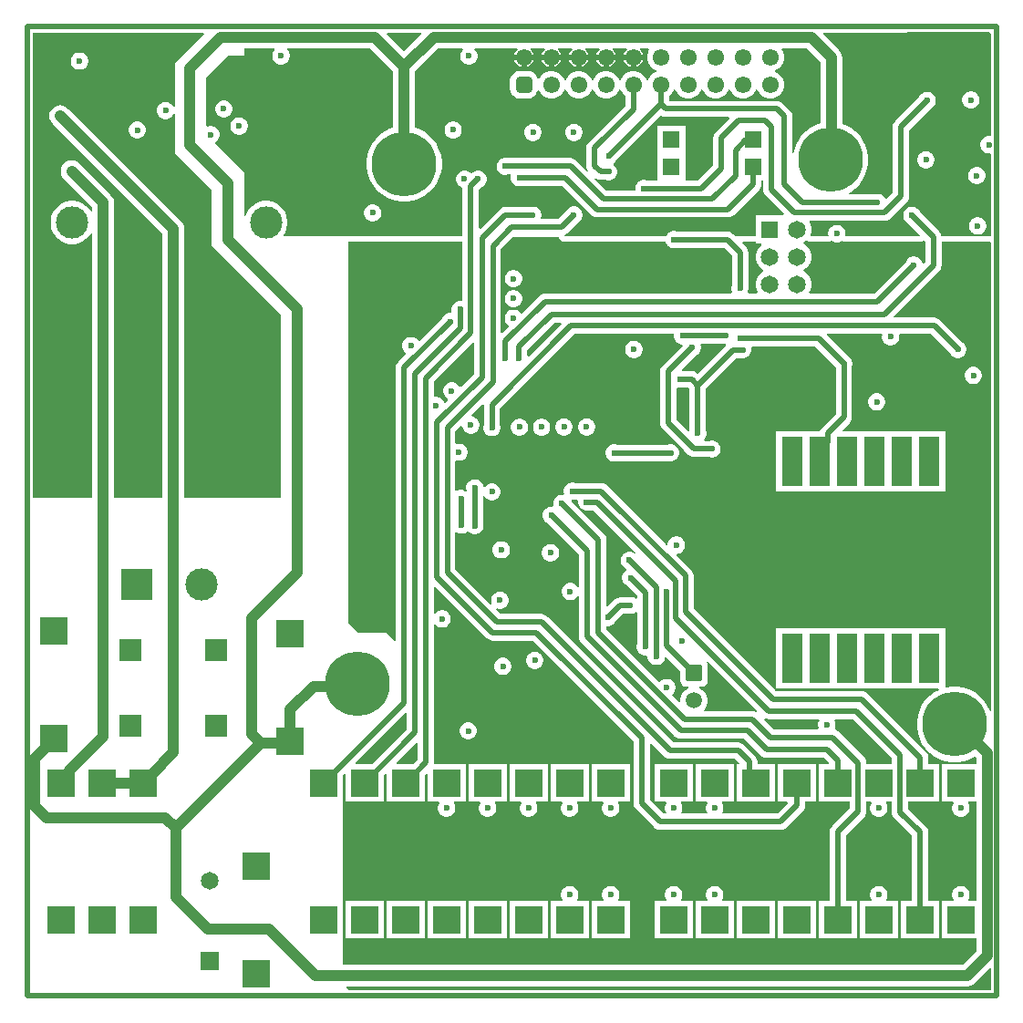
<source format=gbl>
G04*
G04 #@! TF.GenerationSoftware,Altium Limited,Altium Designer,21.2.0 (30)*
G04*
G04 Layer_Physical_Order=4*
G04 Layer_Color=16711680*
%FSLAX44Y44*%
%MOMM*%
G71*
G04*
G04 #@! TF.SameCoordinates,3859F847-68DD-49E8-8EE8-84FD9F862EB9*
G04*
G04*
G04 #@! TF.FilePolarity,Positive*
G04*
G01*
G75*
%ADD10C,0.5000*%
%ADD11C,1.0000*%
%ADD94R,1.6500X1.6500*%
%ADD95C,1.6500*%
%ADD99C,1.6510*%
%ADD100R,1.6510X1.6510*%
%ADD101C,0.3500*%
%ADD102R,3.0000X3.0000*%
%ADD103C,3.0000*%
%ADD104R,2.5000X2.5000*%
%ADD105R,2.5000X2.5000*%
%ADD106R,1.9812X4.5720*%
G04:AMPARAMS|DCode=107|XSize=1.5mm|YSize=1.5mm|CornerRadius=0.0525mm|HoleSize=0mm|Usage=FLASHONLY|Rotation=270.000|XOffset=0mm|YOffset=0mm|HoleType=Round|Shape=RoundedRectangle|*
%AMROUNDEDRECTD107*
21,1,1.5000,1.3950,0,0,270.0*
21,1,1.3950,1.5000,0,0,270.0*
1,1,0.1050,-0.6975,-0.6975*
1,1,0.1050,-0.6975,0.6975*
1,1,0.1050,0.6975,0.6975*
1,1,0.1050,0.6975,-0.6975*
%
%ADD107ROUNDEDRECTD107*%
%ADD108C,1.5000*%
%ADD109C,6.0000*%
%ADD110R,2.0000X2.0000*%
%ADD111R,1.6000X1.6000*%
%ADD112C,1.5500*%
G04:AMPARAMS|DCode=113|XSize=1.55mm|YSize=1.55mm|CornerRadius=0.3875mm|HoleSize=0mm|Usage=FLASHONLY|Rotation=0.000|XOffset=0mm|YOffset=0mm|HoleType=Round|Shape=RoundedRectangle|*
%AMROUNDEDRECTD113*
21,1,1.5500,0.7750,0,0,0.0*
21,1,0.7750,1.5500,0,0,0.0*
1,1,0.7750,0.3875,-0.3875*
1,1,0.7750,-0.3875,-0.3875*
1,1,0.7750,-0.3875,0.3875*
1,1,0.7750,0.3875,0.3875*
%
%ADD113ROUNDEDRECTD113*%
%ADD114C,0.6000*%
G36*
X366360Y893324D02*
X350100Y877064D01*
X333858Y893306D01*
X334344Y894479D01*
X365874Y894497D01*
X366360Y893324D01*
D02*
G37*
G36*
X577860Y878944D02*
X576519Y876621D01*
X575650Y873379D01*
Y870022D01*
X576519Y866779D01*
X578198Y863871D01*
X580571Y861497D01*
X583479Y859819D01*
X584165Y859635D01*
Y858365D01*
X583479Y858181D01*
X580571Y856503D01*
X578198Y854129D01*
X576519Y851221D01*
X576335Y850535D01*
X575065D01*
X574881Y851221D01*
X573203Y854129D01*
X570829Y856503D01*
X567921Y858181D01*
X564679Y859050D01*
X561321D01*
X558079Y858181D01*
X555171Y856503D01*
X552798Y854129D01*
X551119Y851221D01*
X550935Y850535D01*
X549665D01*
X549481Y851221D01*
X547803Y854129D01*
X545429Y856503D01*
X542521Y858181D01*
X539279Y859050D01*
X535921D01*
X532679Y858181D01*
X529771Y856503D01*
X527397Y854129D01*
X525719Y851221D01*
X525535Y850535D01*
X524265D01*
X524081Y851221D01*
X522402Y854129D01*
X520029Y856503D01*
X517121Y858181D01*
X513879Y859050D01*
X510521D01*
X507279Y858181D01*
X504371Y856503D01*
X501997Y854129D01*
X500319Y851221D01*
X500135Y850535D01*
X498865D01*
X498681Y851221D01*
X497002Y854129D01*
X494629Y856503D01*
X491721Y858181D01*
X488479Y859050D01*
X485121D01*
X481879Y858181D01*
X478971Y856503D01*
X476598Y854129D01*
X475286Y851857D01*
X473971Y852119D01*
X473922Y852492D01*
X473027Y854651D01*
X471605Y856505D01*
X469751Y857927D01*
X467592Y858821D01*
X465275Y859127D01*
X457525D01*
X455208Y858821D01*
X453049Y857927D01*
X451195Y856505D01*
X449773Y854651D01*
X448879Y852492D01*
X448573Y850175D01*
Y842425D01*
X448879Y840108D01*
X449773Y837949D01*
X451195Y836095D01*
X453049Y834673D01*
X455208Y833779D01*
X457525Y833473D01*
X465275D01*
X467592Y833779D01*
X469751Y834673D01*
X471605Y836095D01*
X473027Y837949D01*
X473922Y840108D01*
X473971Y840481D01*
X475286Y840743D01*
X476598Y838471D01*
X478971Y836097D01*
X481879Y834419D01*
X485121Y833550D01*
X488479D01*
X491721Y834419D01*
X494629Y836097D01*
X497002Y838471D01*
X498681Y841379D01*
X498865Y842065D01*
X500135D01*
X500319Y841379D01*
X501997Y838471D01*
X504371Y836097D01*
X507279Y834419D01*
X510521Y833550D01*
X513879D01*
X517121Y834419D01*
X520029Y836097D01*
X522402Y838471D01*
X524081Y841379D01*
X524265Y842065D01*
X525535D01*
X525719Y841379D01*
X527397Y838471D01*
X529771Y836097D01*
X532679Y834419D01*
X535921Y833550D01*
X539279D01*
X542521Y834419D01*
X545429Y836097D01*
X547803Y838471D01*
X549481Y841379D01*
X549665Y842065D01*
X550935D01*
X551119Y841379D01*
X552798Y838471D01*
X555171Y836097D01*
X555435Y835945D01*
Y826733D01*
X521651Y792949D01*
X520449Y791382D01*
X519693Y789558D01*
X519435Y787600D01*
Y771100D01*
X519693Y769142D01*
X520449Y767318D01*
X521346Y766148D01*
X520390Y765309D01*
X509949Y775749D01*
X508382Y776951D01*
X506558Y777707D01*
X504600Y777965D01*
X446678D01*
X445053Y778400D01*
X442947D01*
X440912Y777855D01*
X439088Y776802D01*
X437598Y775312D01*
X436545Y773488D01*
X436000Y771453D01*
Y769347D01*
X436545Y767312D01*
X437598Y765488D01*
X439088Y763998D01*
X440912Y762945D01*
X442947Y762400D01*
X445053D01*
X446678Y762835D01*
X448588D01*
X449361Y761828D01*
X449100Y760853D01*
Y758747D01*
X449645Y756712D01*
X450698Y754888D01*
X452188Y753398D01*
X454012Y752345D01*
X456047Y751800D01*
X458153D01*
X459778Y752235D01*
X496867D01*
X523951Y725151D01*
X525518Y723949D01*
X527342Y723193D01*
X529300Y722935D01*
X650900D01*
X652858Y723193D01*
X654682Y723949D01*
X656249Y725151D01*
X679849Y748751D01*
X679849Y748751D01*
X681051Y750318D01*
X681807Y752142D01*
X682065Y754100D01*
Y756900D01*
X683435D01*
Y749000D01*
X683693Y747042D01*
X684449Y745218D01*
X685651Y743651D01*
X703005Y726297D01*
X702456Y725050D01*
X676450D01*
Y705300D01*
X657898D01*
X655549Y707649D01*
X653982Y708851D01*
X652158Y709607D01*
X650200Y709865D01*
X603478D01*
X601853Y710300D01*
X599747D01*
X597712Y709755D01*
X595888Y708702D01*
X594398Y707212D01*
X593345Y705388D01*
X593322Y705300D01*
X499038Y705300D01*
X498785Y706570D01*
X500182Y707149D01*
X501749Y708351D01*
X511268Y717870D01*
X512725Y718711D01*
X514214Y720200D01*
X515267Y722025D01*
X515812Y724059D01*
Y726166D01*
X515267Y728200D01*
X514214Y730025D01*
X512725Y731514D01*
X510900Y732567D01*
X508866Y733112D01*
X506759D01*
X504725Y732567D01*
X502900Y731514D01*
X501411Y730025D01*
X500570Y728568D01*
X493267Y721265D01*
X478037D01*
X477222Y722535D01*
X477600Y723947D01*
Y726053D01*
X477055Y728088D01*
X476002Y729912D01*
X474512Y731402D01*
X472688Y732455D01*
X470653Y733000D01*
X468547D01*
X466922Y732565D01*
X444100D01*
X442142Y732307D01*
X440318Y731551D01*
X438751Y730349D01*
X420838Y712436D01*
X419665Y712922D01*
Y748667D01*
X422356Y751358D01*
X423812Y752198D01*
X425302Y753688D01*
X426355Y755512D01*
X426900Y757547D01*
Y759653D01*
X426355Y761688D01*
X425302Y763512D01*
X423812Y765002D01*
X421988Y766055D01*
X419953Y766600D01*
X417847D01*
X415812Y766055D01*
X413988Y765002D01*
X412550Y763564D01*
X411098Y765015D01*
X409274Y766069D01*
X407239Y766614D01*
X405133D01*
X403098Y766069D01*
X401274Y765015D01*
X399785Y763526D01*
X398731Y761702D01*
X398186Y759667D01*
Y757561D01*
X398731Y755526D01*
X399785Y753702D01*
X401274Y752212D01*
X403098Y751159D01*
X404535Y750774D01*
Y705300D01*
X238862Y705300D01*
X238183Y706570D01*
X239624Y708726D01*
X241131Y712366D01*
X241900Y716230D01*
Y720170D01*
X241131Y724034D01*
X239624Y727673D01*
X237435Y730949D01*
X234649Y733735D01*
X231374Y735924D01*
X227734Y737431D01*
X223870Y738200D01*
X219930D01*
X216066Y737431D01*
X212426Y735924D01*
X209151Y733735D01*
X206365Y730949D01*
X204176Y727673D01*
X202870Y724520D01*
X201600Y724772D01*
Y765000D01*
X174785Y791815D01*
X174951Y793074D01*
X175512Y793398D01*
X177002Y794888D01*
X178055Y796712D01*
X178600Y798747D01*
Y800853D01*
X178055Y802888D01*
X177002Y804712D01*
X175512Y806202D01*
X173688Y807255D01*
X171653Y807800D01*
X169547D01*
X167770Y807324D01*
X166500Y807957D01*
Y853000D01*
X186700Y873200D01*
X201600D01*
Y880014D01*
X229504D01*
X230030Y878744D01*
X229298Y878012D01*
X228245Y876188D01*
X227700Y874153D01*
Y872047D01*
X228245Y870012D01*
X229298Y868188D01*
X230788Y866698D01*
X232612Y865645D01*
X234647Y865100D01*
X236753D01*
X238788Y865645D01*
X240612Y866698D01*
X242102Y868188D01*
X243155Y870012D01*
X243700Y872047D01*
Y874153D01*
X243155Y876188D01*
X242102Y878012D01*
X241370Y878744D01*
X241896Y880014D01*
X318622D01*
X340014Y858622D01*
Y806124D01*
X336665Y805036D01*
X331756Y802535D01*
X327299Y799296D01*
X323404Y795401D01*
X320165Y790944D01*
X317664Y786035D01*
X315962Y780796D01*
X315100Y775355D01*
Y769846D01*
X315962Y764404D01*
X317664Y759165D01*
X320165Y754256D01*
X323404Y749799D01*
X327299Y745903D01*
X331756Y742665D01*
X336665Y740164D01*
X341904Y738462D01*
X347346Y737600D01*
X352855D01*
X358296Y738462D01*
X363535Y740164D01*
X368444Y742665D01*
X372901Y745903D01*
X376796Y749799D01*
X380035Y754256D01*
X382536Y759165D01*
X384238Y764404D01*
X385100Y769846D01*
Y775355D01*
X384238Y780796D01*
X382536Y786035D01*
X380035Y790944D01*
X376796Y795401D01*
X372901Y799296D01*
X368444Y802535D01*
X363535Y805036D01*
X360186Y806124D01*
Y858622D01*
X381778Y880214D01*
X404424D01*
X404930Y878944D01*
X403798Y877812D01*
X402745Y875988D01*
X402200Y873953D01*
Y871847D01*
X402745Y869812D01*
X403798Y867988D01*
X405288Y866498D01*
X407112Y865445D01*
X409147Y864900D01*
X411253D01*
X413288Y865445D01*
X415112Y866498D01*
X416602Y867988D01*
X417655Y869812D01*
X418200Y871847D01*
Y873953D01*
X417655Y875988D01*
X416602Y877812D01*
X415470Y878944D01*
X415976Y880214D01*
X455339D01*
X455562Y878944D01*
X453998Y877380D01*
X452780Y875270D01*
X452494Y874200D01*
X470306D01*
X470020Y875270D01*
X468802Y877380D01*
X467238Y878944D01*
X467461Y880214D01*
X480739D01*
X480962Y878944D01*
X479398Y877380D01*
X478180Y875270D01*
X477894Y874200D01*
X495706D01*
X495420Y875270D01*
X494202Y877380D01*
X492638Y878944D01*
X492861Y880214D01*
X506139D01*
X506362Y878944D01*
X504798Y877380D01*
X503580Y875270D01*
X503294Y874200D01*
X521106D01*
X520820Y875270D01*
X519602Y877380D01*
X518038Y878944D01*
X518261Y880214D01*
X531539D01*
X531762Y878944D01*
X530198Y877380D01*
X528980Y875270D01*
X528694Y874200D01*
X546506D01*
X546220Y875270D01*
X545002Y877380D01*
X543438Y878944D01*
X543661Y880214D01*
X556939D01*
X557162Y878944D01*
X555598Y877380D01*
X554380Y875270D01*
X554094Y874200D01*
X571906D01*
X571620Y875270D01*
X570402Y877380D01*
X568838Y878944D01*
X569061Y880214D01*
X577163D01*
X577860Y878944D01*
D02*
G37*
G36*
X736914Y867222D02*
Y810184D01*
X732765Y808836D01*
X727856Y806335D01*
X723399Y803096D01*
X719503Y799201D01*
X716265Y794744D01*
X713764Y789835D01*
X712062Y784596D01*
X711735Y782530D01*
X710465Y782630D01*
Y816900D01*
X710207Y818858D01*
X709451Y820682D01*
X708249Y822249D01*
X701449Y829049D01*
X699882Y830251D01*
X698058Y831007D01*
X696100Y831265D01*
X596033D01*
X595965Y831333D01*
Y835945D01*
X596229Y836097D01*
X598602Y838471D01*
X600281Y841379D01*
X600465Y842065D01*
X601735D01*
X601919Y841379D01*
X603597Y838471D01*
X605971Y836097D01*
X608879Y834419D01*
X612121Y833550D01*
X615479D01*
X618721Y834419D01*
X621629Y836097D01*
X624002Y838471D01*
X625681Y841379D01*
X625865Y842065D01*
X627135D01*
X627319Y841379D01*
X628997Y838471D01*
X631371Y836097D01*
X634279Y834419D01*
X637521Y833550D01*
X640879D01*
X644121Y834419D01*
X647029Y836097D01*
X649402Y838471D01*
X651081Y841379D01*
X651265Y842065D01*
X652535D01*
X652719Y841379D01*
X654398Y838471D01*
X656771Y836097D01*
X659679Y834419D01*
X662921Y833550D01*
X666279D01*
X669521Y834419D01*
X672429Y836097D01*
X674802Y838471D01*
X676481Y841379D01*
X676665Y842065D01*
X677935D01*
X678119Y841379D01*
X679798Y838471D01*
X682171Y836097D01*
X685079Y834419D01*
X688321Y833550D01*
X691679D01*
X694921Y834419D01*
X697829Y836097D01*
X700202Y838471D01*
X701881Y841379D01*
X702750Y844622D01*
Y847979D01*
X701881Y851221D01*
X700202Y854129D01*
X697829Y856503D01*
X694921Y858181D01*
X694235Y858365D01*
Y859635D01*
X694921Y859819D01*
X697829Y861497D01*
X700202Y863871D01*
X701881Y866779D01*
X702750Y870022D01*
Y873379D01*
X701881Y876621D01*
X700540Y878944D01*
X701237Y880214D01*
X723922D01*
X736914Y867222D01*
D02*
G37*
G36*
X164404Y893504D02*
X137400Y866500D01*
X137400Y825648D01*
X136155Y825388D01*
X135102Y827212D01*
X133612Y828702D01*
X131788Y829755D01*
X129753Y830300D01*
X127647D01*
X125612Y829755D01*
X123788Y828702D01*
X122298Y827212D01*
X121245Y825388D01*
X120700Y823353D01*
Y821247D01*
X121245Y819212D01*
X122298Y817388D01*
X123788Y815898D01*
X125612Y814845D01*
X127647Y814300D01*
X129753D01*
X131788Y814845D01*
X133612Y815898D01*
X135102Y817388D01*
X136155Y819212D01*
X137400Y818952D01*
X137400Y782400D01*
X171150Y749050D01*
Y697350D01*
X236000Y632500D01*
Y462900D01*
X145986D01*
Y712000D01*
X145643Y714611D01*
X144635Y717043D01*
X143032Y719132D01*
X37832Y824332D01*
X35743Y825935D01*
X33311Y826943D01*
X30700Y827286D01*
X28089Y826943D01*
X25657Y825935D01*
X23568Y824332D01*
X21965Y822243D01*
X20957Y819810D01*
X20614Y817200D01*
X20957Y814589D01*
X21965Y812157D01*
X23568Y810068D01*
X125814Y707822D01*
Y462900D01*
X80686D01*
Y736800D01*
X80343Y739410D01*
X79335Y741843D01*
X77732Y743932D01*
X48698Y772966D01*
X46609Y774569D01*
X44176Y775577D01*
X41566Y775920D01*
X41354D01*
X38744Y775577D01*
X36311Y774569D01*
X34222Y772966D01*
X32619Y770877D01*
X31612Y768445D01*
X31268Y765834D01*
X31612Y763224D01*
X32619Y760791D01*
X34222Y758702D01*
X35131Y758005D01*
X60514Y732622D01*
Y728627D01*
X59244Y728242D01*
X57435Y730949D01*
X54649Y733735D01*
X51374Y735924D01*
X47734Y737431D01*
X43870Y738200D01*
X39930D01*
X36066Y737431D01*
X32427Y735924D01*
X29151Y733735D01*
X26365Y730949D01*
X24176Y727673D01*
X22669Y724034D01*
X21900Y720170D01*
Y716230D01*
X22669Y712366D01*
X24176Y708726D01*
X26365Y705451D01*
X29151Y702665D01*
X32427Y700476D01*
X36066Y698969D01*
X39930Y698200D01*
X43870D01*
X47734Y698969D01*
X51374Y700476D01*
X54649Y702665D01*
X57435Y705451D01*
X59244Y708158D01*
X60514Y707772D01*
Y462900D01*
X5400D01*
Y894600D01*
X137400Y894677D01*
X163918Y894677D01*
X164404Y893504D01*
D02*
G37*
G36*
X589118Y817149D02*
X590942Y816393D01*
X592900Y816135D01*
X592900Y816135D01*
X651778D01*
X652264Y814962D01*
X639351Y802049D01*
X638149Y800482D01*
X637393Y798658D01*
X637135Y796700D01*
Y771433D01*
X622967Y757265D01*
X611300D01*
Y782300D01*
Y808300D01*
X585300D01*
Y782300D01*
Y757265D01*
X575428D01*
X573803Y757700D01*
X571697D01*
X569662Y757155D01*
X567838Y756102D01*
X566348Y754612D01*
X565295Y752788D01*
X564750Y750753D01*
Y748647D01*
X564797Y748472D01*
X564024Y747465D01*
X538233D01*
X526834Y758864D01*
X527673Y759821D01*
X528843Y758923D01*
X530667Y758168D01*
X532625Y757910D01*
X532626Y757910D01*
X536900D01*
X537012Y757845D01*
X539047Y757300D01*
X541153D01*
X543188Y757845D01*
X545012Y758898D01*
X546502Y760388D01*
X547555Y762212D01*
X548100Y764247D01*
Y766353D01*
X547555Y768388D01*
X546502Y770212D01*
X545012Y771702D01*
X544556Y771965D01*
Y773235D01*
X545012Y773498D01*
X546502Y774988D01*
X547342Y776444D01*
X588512Y817614D01*
X589118Y817149D01*
D02*
G37*
G36*
X894800Y893902D02*
Y798896D01*
X894153Y798400D01*
X892047D01*
X890012Y797855D01*
X888188Y796802D01*
X886698Y795312D01*
X885645Y793488D01*
X885100Y791453D01*
Y789347D01*
X885645Y787312D01*
X886698Y785488D01*
X888188Y783998D01*
X890012Y782945D01*
X892047Y782400D01*
X894153D01*
X894800Y781904D01*
Y705300D01*
X849186D01*
X849007Y706658D01*
X848251Y708482D01*
X847049Y710049D01*
X828842Y728256D01*
X828002Y729712D01*
X826512Y731202D01*
X824688Y732255D01*
X822653Y732800D01*
X820547D01*
X818512Y732255D01*
X816688Y731202D01*
X815198Y729712D01*
X814145Y727888D01*
X813600Y725853D01*
Y723747D01*
X814145Y721712D01*
X815198Y719888D01*
X816688Y718398D01*
X818144Y717558D01*
X829229Y706473D01*
X828743Y705300D01*
X760629Y705300D01*
X759855Y706308D01*
X760000Y706847D01*
Y708953D01*
X759455Y710988D01*
X758402Y712812D01*
X756912Y714302D01*
X755088Y715355D01*
X753053Y715900D01*
X750947D01*
X748912Y715355D01*
X747088Y714302D01*
X745598Y712812D01*
X744545Y710988D01*
X744000Y708953D01*
Y706847D01*
X744145Y706308D01*
X743371Y705300D01*
X727917D01*
X727282Y706400D01*
X727447Y706686D01*
X728350Y710056D01*
Y713544D01*
X727447Y716914D01*
X726378Y718765D01*
X727112Y720035D01*
X796400D01*
X798358Y720293D01*
X800182Y721049D01*
X801749Y722251D01*
X816649Y737151D01*
X817851Y738718D01*
X818607Y740542D01*
X818736Y741521D01*
X818865Y742500D01*
X818865Y742500D01*
Y803867D01*
X839256Y824258D01*
X840712Y825098D01*
X842202Y826588D01*
X843255Y828412D01*
X843800Y830447D01*
Y832553D01*
X843255Y834588D01*
X842202Y836412D01*
X840712Y837902D01*
X838888Y838955D01*
X836853Y839500D01*
X834747D01*
X832712Y838955D01*
X830888Y837902D01*
X829398Y836412D01*
X828558Y834956D01*
X805951Y812349D01*
X804749Y810782D01*
X803993Y808958D01*
X803735Y807000D01*
Y745633D01*
X798044Y739942D01*
X796649Y740344D01*
X795802Y741812D01*
X794312Y743302D01*
X792488Y744355D01*
X790453Y744900D01*
X788347D01*
X786722Y744465D01*
X763338D01*
X763041Y745700D01*
X764544Y746465D01*
X769001Y749704D01*
X772896Y753599D01*
X776135Y758056D01*
X778636Y762965D01*
X780338Y768204D01*
X781200Y773645D01*
Y779155D01*
X780338Y784596D01*
X778636Y789835D01*
X776135Y794744D01*
X772896Y799201D01*
X769001Y803096D01*
X764544Y806335D01*
X759635Y808836D01*
X757086Y809664D01*
Y871400D01*
X756743Y874010D01*
X755735Y876443D01*
X754132Y878532D01*
X739126Y893538D01*
X739612Y894712D01*
X893902Y894800D01*
X894800Y893902D01*
D02*
G37*
G36*
X833562Y701402D02*
X834135Y700874D01*
Y681933D01*
X832454Y680252D01*
X831038Y680632D01*
X830755Y681688D01*
X829702Y683512D01*
X828212Y685002D01*
X826388Y686055D01*
X824353Y686600D01*
X822247D01*
X820212Y686055D01*
X818388Y685002D01*
X816898Y683512D01*
X816058Y682056D01*
X786567Y652565D01*
X726996D01*
X726263Y653835D01*
X727447Y655886D01*
X728350Y659256D01*
Y662744D01*
X727447Y666114D01*
X725703Y669136D01*
X723236Y671603D01*
X720873Y672967D01*
Y674433D01*
X723236Y675797D01*
X725703Y678264D01*
X727447Y681286D01*
X728350Y684656D01*
Y688144D01*
X727447Y691514D01*
X725703Y694536D01*
X723236Y697003D01*
X720873Y698367D01*
Y699833D01*
X723236Y701197D01*
X723402Y701364D01*
X724814Y701255D01*
X725412Y700960D01*
X725966Y700590D01*
X726296Y700525D01*
X726598Y700376D01*
X727263Y700332D01*
X727917Y700202D01*
X743371D01*
X743701Y700268D01*
X744037Y700246D01*
X744668Y700460D01*
X745322Y700590D01*
X745602Y700777D01*
X745920Y700885D01*
X746422Y701325D01*
X746925Y701661D01*
X747088Y701498D01*
X748912Y700445D01*
X750947Y699900D01*
X753053D01*
X755088Y700445D01*
X756912Y701498D01*
X757075Y701661D01*
X757578Y701325D01*
X758080Y700885D01*
X758398Y700777D01*
X758678Y700590D01*
X759332Y700460D01*
X759963Y700246D01*
X760299Y700268D01*
X760629Y700202D01*
X828743Y700202D01*
X830694Y700590D01*
X832347Y701695D01*
X833562Y701402D01*
D02*
G37*
G36*
X676450Y698550D02*
X681791D01*
X682120Y697323D01*
X681564Y697003D01*
X679097Y694536D01*
X677353Y691514D01*
X676450Y688144D01*
Y684656D01*
X677353Y681286D01*
X679097Y678264D01*
X681564Y675797D01*
X683927Y674433D01*
Y672967D01*
X681564Y671603D01*
X679097Y669136D01*
X677353Y666114D01*
X676450Y662744D01*
Y659256D01*
X677353Y655886D01*
X678537Y653835D01*
X677804Y652565D01*
X669831D01*
X669196Y653665D01*
X669455Y654112D01*
X670000Y656147D01*
Y658253D01*
X669565Y659878D01*
Y690500D01*
X669565Y690500D01*
X669307Y692458D01*
X668551Y694282D01*
X667349Y695849D01*
X667349Y695849D01*
X664169Y699029D01*
X664656Y700202D01*
X676450D01*
Y698550D01*
D02*
G37*
G36*
X494038Y704305D02*
X494230Y703841D01*
X494328Y703349D01*
X494607Y702932D01*
X494799Y702468D01*
X495154Y702113D01*
X495433Y701695D01*
X495850Y701416D01*
X496205Y701061D01*
X496669Y700869D01*
X497087Y700590D01*
X497579Y700492D01*
X498043Y700300D01*
X498545D01*
X499038Y700202D01*
X593080Y700202D01*
X593345Y699212D01*
X594398Y697388D01*
X595888Y695898D01*
X597712Y694845D01*
X599747Y694300D01*
X601853D01*
X603478Y694735D01*
X647067D01*
X654435Y687367D01*
Y659878D01*
X654000Y658253D01*
Y656147D01*
X654545Y654112D01*
X654804Y653665D01*
X654169Y652565D01*
X481400D01*
X481400Y652565D01*
X479442Y652307D01*
X477618Y651551D01*
X476051Y650349D01*
X476051Y650349D01*
X459458Y633756D01*
X458198Y633921D01*
X458002Y634262D01*
X456512Y635752D01*
X454688Y636805D01*
X452653Y637350D01*
X450547D01*
X448512Y636805D01*
X446688Y635752D01*
X445198Y634262D01*
X444145Y632438D01*
X443600Y630403D01*
Y628297D01*
X444145Y626262D01*
X445198Y624438D01*
X446688Y622948D01*
X447029Y622752D01*
X447194Y621493D01*
X441238Y615536D01*
X440065Y616022D01*
Y693267D01*
X451298Y704500D01*
X493999Y704500D01*
X494038Y704305D01*
D02*
G37*
G36*
X404535Y700202D02*
Y646200D01*
X403528Y645426D01*
X403253Y645500D01*
X401147D01*
X399112Y644955D01*
X397288Y643902D01*
X395798Y642412D01*
X394745Y640588D01*
X394200Y638553D01*
Y636447D01*
X394467Y635450D01*
X394231Y635009D01*
X393557Y634300D01*
X391747D01*
X389712Y633755D01*
X387888Y632702D01*
X386398Y631212D01*
X385558Y629756D01*
X364266Y608464D01*
X363007Y608630D01*
X362902Y608812D01*
X361412Y610302D01*
X359588Y611355D01*
X357553Y611900D01*
X355447D01*
X353412Y611355D01*
X351588Y610302D01*
X350098Y608812D01*
X349045Y606988D01*
X348500Y604953D01*
Y602847D01*
X349045Y600812D01*
X350098Y598988D01*
X351546Y597540D01*
X351791Y597233D01*
X351936Y596134D01*
X344451Y588649D01*
X343249Y587082D01*
X342493Y585258D01*
X342235Y583300D01*
Y329924D01*
X341062Y329438D01*
X333300Y337200D01*
X308000D01*
X298600Y346600D01*
Y700202D01*
X404535Y700202D01*
D02*
G37*
G36*
X496264Y624262D02*
X466012Y594010D01*
X464595Y594390D01*
X464465Y594878D01*
Y599667D01*
X490233Y625435D01*
X495778D01*
X496264Y624262D01*
D02*
G37*
G36*
X895200Y699098D02*
X895200Y264980D01*
X893946Y264782D01*
X893636Y265735D01*
X891135Y270644D01*
X887896Y275101D01*
X884001Y278997D01*
X879544Y282235D01*
X874635Y284736D01*
X869396Y286438D01*
X863955Y287300D01*
X858446D01*
X853876Y286576D01*
X852606Y287570D01*
Y341160D01*
X695794D01*
Y285440D01*
X846349D01*
X846654Y284170D01*
X842856Y282235D01*
X838399Y278997D01*
X834503Y275101D01*
X831265Y270644D01*
X828764Y265735D01*
X827062Y260496D01*
X826200Y255055D01*
Y249545D01*
X827062Y244104D01*
X828764Y238865D01*
X831265Y233956D01*
X834503Y229499D01*
X838399Y225604D01*
X842856Y222365D01*
X847765Y219864D01*
X853004Y218162D01*
X858446Y217300D01*
X863955D01*
X869396Y218162D01*
X874635Y219864D01*
X879544Y222365D01*
X880138Y222797D01*
X881514Y221422D01*
Y215300D01*
X849700D01*
Y180300D01*
X860028D01*
X860578Y179030D01*
X859745Y177588D01*
X859200Y175553D01*
Y173447D01*
X859745Y171412D01*
X860798Y169588D01*
X862288Y168098D01*
X864112Y167045D01*
X866147Y166500D01*
X868253D01*
X870288Y167045D01*
X872112Y168098D01*
X873602Y169588D01*
X874655Y171412D01*
X875200Y173447D01*
Y175553D01*
X874655Y177588D01*
X873822Y179030D01*
X874372Y180300D01*
X881514D01*
Y88300D01*
X874372D01*
X873822Y89570D01*
X874655Y91012D01*
X875200Y93047D01*
Y95153D01*
X874655Y97188D01*
X873602Y99012D01*
X872112Y100502D01*
X870288Y101555D01*
X868253Y102100D01*
X866147D01*
X864112Y101555D01*
X862288Y100502D01*
X860798Y99012D01*
X859745Y97188D01*
X859200Y95153D01*
Y93047D01*
X859745Y91012D01*
X860578Y89570D01*
X860028Y88300D01*
X849700D01*
Y53300D01*
X881514D01*
Y42078D01*
X868622Y29186D01*
X293200D01*
Y205002D01*
X294727Y206529D01*
X295900Y206043D01*
Y180300D01*
X330900D01*
Y204602D01*
X332827Y206529D01*
X334000Y206043D01*
Y180300D01*
X369000D01*
Y204602D01*
X370927Y206529D01*
X372100Y206043D01*
Y180300D01*
X382428D01*
X382978Y179030D01*
X382145Y177588D01*
X381600Y175553D01*
Y173447D01*
X382145Y171412D01*
X383198Y169588D01*
X384688Y168098D01*
X386512Y167045D01*
X388547Y166500D01*
X390653D01*
X392688Y167045D01*
X394512Y168098D01*
X396002Y169588D01*
X397055Y171412D01*
X397600Y173447D01*
Y175553D01*
X397055Y177588D01*
X396222Y179030D01*
X396772Y180300D01*
X407100D01*
Y215300D01*
X378657D01*
X377819Y216255D01*
X377865Y216600D01*
X377865Y216600D01*
Y344711D01*
X378558Y345064D01*
X379135Y345152D01*
X380488Y343798D01*
X382312Y342745D01*
X384347Y342200D01*
X386453D01*
X388488Y342745D01*
X390312Y343798D01*
X391802Y345288D01*
X392855Y347112D01*
X393400Y349147D01*
Y351253D01*
X392855Y353288D01*
X391802Y355112D01*
X390312Y356602D01*
X388488Y357655D01*
X386453Y358200D01*
X384347D01*
X382312Y357655D01*
X380488Y356602D01*
X379135Y355248D01*
X378558Y355336D01*
X377865Y355689D01*
Y379478D01*
X379038Y379964D01*
X426751Y332251D01*
X426751Y332251D01*
X428318Y331049D01*
X430142Y330293D01*
X432100Y330035D01*
X469967D01*
X563235Y236767D01*
Y178800D01*
X563493Y176842D01*
X564249Y175018D01*
X565451Y173451D01*
X582251Y156651D01*
X582251Y156651D01*
X583818Y155449D01*
X585642Y154693D01*
X587600Y154435D01*
X587600Y154435D01*
X699900D01*
X701858Y154693D01*
X703682Y155449D01*
X705249Y156651D01*
X720149Y171551D01*
X720149Y171551D01*
X721351Y173118D01*
X722107Y174942D01*
X722365Y176900D01*
X722365Y176900D01*
Y180300D01*
X732300D01*
Y215300D01*
X697300D01*
Y180300D01*
X705706D01*
X706232Y179030D01*
X696767Y169565D01*
X646455D01*
X645721Y170835D01*
X646055Y171412D01*
X646600Y173447D01*
Y175553D01*
X646055Y177588D01*
X645222Y179030D01*
X645772Y180300D01*
X656100D01*
Y215300D01*
X621100D01*
Y180300D01*
X631428D01*
X631978Y179030D01*
X631145Y177588D01*
X630600Y175553D01*
Y173447D01*
X631145Y171412D01*
X631479Y170835D01*
X630745Y169565D01*
X608355D01*
X607621Y170835D01*
X607955Y171412D01*
X608500Y173447D01*
Y175553D01*
X607955Y177588D01*
X607122Y179030D01*
X607672Y180300D01*
X618000D01*
Y215300D01*
X583000D01*
Y180300D01*
X593328D01*
X593878Y179030D01*
X593045Y177588D01*
X592500Y175553D01*
Y173447D01*
X593045Y171412D01*
X593379Y170835D01*
X592645Y169565D01*
X590733D01*
X578365Y181933D01*
Y234178D01*
X579538Y234664D01*
X591751Y222451D01*
X591751Y222451D01*
X593318Y221249D01*
X595142Y220493D01*
X597100Y220235D01*
X597100Y220235D01*
X657367D01*
X661128Y216473D01*
X660642Y215300D01*
X659200D01*
Y180300D01*
X694200D01*
Y215300D01*
X678058D01*
Y217806D01*
X678058Y217807D01*
X677800Y219764D01*
X677045Y221589D01*
X675842Y223156D01*
X665849Y233149D01*
X664282Y234351D01*
X662458Y235107D01*
X660500Y235365D01*
X600233D01*
X483049Y352549D01*
X481482Y353751D01*
X479658Y354507D01*
X477700Y354765D01*
X439533D01*
X435320Y358979D01*
X436012Y360045D01*
X438047Y359500D01*
X440153D01*
X442188Y360045D01*
X444012Y361098D01*
X445502Y362588D01*
X446555Y364412D01*
X447100Y366447D01*
Y368553D01*
X446555Y370588D01*
X445502Y372412D01*
X444012Y373902D01*
X442188Y374955D01*
X440153Y375500D01*
X438047D01*
X436012Y374955D01*
X434188Y373902D01*
X432698Y372412D01*
X431645Y370588D01*
X431100Y368553D01*
Y366447D01*
X431645Y364412D01*
X430579Y363719D01*
X397765Y396533D01*
Y430051D01*
X399035Y430648D01*
X400412Y429852D01*
X402447Y429307D01*
X404553D01*
X406588Y429852D01*
X408412Y430905D01*
X409307Y431800D01*
X409398Y431788D01*
X410888Y430298D01*
X412712Y429245D01*
X414747Y428700D01*
X416853D01*
X418888Y429245D01*
X420712Y430298D01*
X422202Y431788D01*
X423255Y433612D01*
X423800Y435647D01*
Y437753D01*
X423365Y439378D01*
Y464011D01*
X424635Y464351D01*
X425248Y463288D01*
X426738Y461798D01*
X428562Y460745D01*
X430597Y460200D01*
X432703D01*
X434738Y460745D01*
X436562Y461798D01*
X438052Y463288D01*
X439105Y465112D01*
X439650Y467147D01*
Y469253D01*
X439105Y471288D01*
X438052Y473112D01*
X436562Y474602D01*
X434738Y475655D01*
X432703Y476200D01*
X430597D01*
X428562Y475655D01*
X426738Y474602D01*
X425248Y473112D01*
X425070Y472803D01*
X424322Y472833D01*
X423747Y473051D01*
X423255Y474888D01*
X422202Y476712D01*
X420712Y478202D01*
X418888Y479255D01*
X416853Y479800D01*
X414747D01*
X412712Y479255D01*
X410888Y478202D01*
X409398Y476712D01*
X408345Y474888D01*
X407800Y472853D01*
Y470747D01*
X408108Y469597D01*
X407174Y468845D01*
X406965Y468791D01*
X405988Y469355D01*
X403953Y469900D01*
X401847D01*
X399812Y469355D01*
X399035Y468906D01*
X397765Y469639D01*
Y496143D01*
X399035Y497118D01*
X399847Y496900D01*
X401953D01*
X403988Y497445D01*
X405812Y498498D01*
X407302Y499988D01*
X408355Y501812D01*
X408900Y503847D01*
Y505953D01*
X408355Y507988D01*
X407302Y509812D01*
X405812Y511302D01*
X403988Y512355D01*
X401953Y512900D01*
X399847D01*
X399035Y512682D01*
X397765Y513657D01*
Y524267D01*
X402973Y529475D01*
X404151Y528857D01*
X404645Y527012D01*
X405698Y525188D01*
X407188Y523698D01*
X409012Y522645D01*
X411047Y522100D01*
X413153D01*
X415188Y522645D01*
X417012Y523698D01*
X418502Y525188D01*
X419555Y527012D01*
X420100Y529047D01*
Y531153D01*
X419555Y533188D01*
X418502Y535012D01*
X417012Y536502D01*
X415188Y537555D01*
X413343Y538049D01*
X412725Y539227D01*
X423039Y549541D01*
X423577Y549276D01*
X424135Y548841D01*
Y530378D01*
X423700Y528753D01*
Y526647D01*
X424245Y524612D01*
X425298Y522788D01*
X426788Y521298D01*
X428612Y520245D01*
X430647Y519700D01*
X432753D01*
X434788Y520245D01*
X436612Y521298D01*
X438102Y522788D01*
X439155Y524612D01*
X439700Y526647D01*
Y528753D01*
X439265Y530378D01*
Y545867D01*
X508133Y614735D01*
X600230D01*
X600600Y614253D01*
Y612147D01*
X601145Y610112D01*
X602198Y608288D01*
X603688Y606798D01*
X605512Y605745D01*
X607547Y605200D01*
X608106D01*
X608632Y603930D01*
X590051Y585349D01*
X588849Y583782D01*
X588093Y581958D01*
X587835Y580000D01*
Y532000D01*
X588093Y530042D01*
X588849Y528218D01*
X590051Y526651D01*
X609851Y506851D01*
X609851Y506851D01*
X614151Y502551D01*
X614151Y502551D01*
X615718Y501349D01*
X617542Y500593D01*
X619500Y500335D01*
X619500Y500335D01*
X633222D01*
X634847Y499900D01*
X636953D01*
X638988Y500445D01*
X640812Y501498D01*
X642302Y502988D01*
X643355Y504812D01*
X643900Y506847D01*
Y508953D01*
X643355Y510988D01*
X642302Y512812D01*
X640812Y514302D01*
X638988Y515355D01*
X636953Y515900D01*
X634847D01*
X633222Y515465D01*
X629174D01*
X628648Y516735D01*
X629302Y517388D01*
X630355Y519212D01*
X630900Y521247D01*
Y523353D01*
X630465Y524978D01*
Y563967D01*
X658742Y592244D01*
X662536D01*
X663447Y592000D01*
X665553D01*
X667588Y592545D01*
X669412Y593598D01*
X670902Y595088D01*
X671955Y596912D01*
X672500Y598947D01*
Y601053D01*
X672266Y601928D01*
X673039Y602935D01*
X731867D01*
X750935Y583867D01*
Y540691D01*
X738157Y527913D01*
X736955Y526346D01*
X736199Y524522D01*
X736178Y524360D01*
X695794D01*
Y468640D01*
X852606D01*
Y524360D01*
X757660D01*
X757173Y525533D01*
X763849Y532209D01*
X763849Y532209D01*
X765051Y533776D01*
X765807Y535600D01*
X766065Y537558D01*
Y584322D01*
X766500Y585947D01*
Y588053D01*
X765955Y590088D01*
X764902Y591912D01*
X763412Y593402D01*
X761956Y594242D01*
X742636Y613562D01*
X743122Y614735D01*
X793308D01*
X794081Y613728D01*
X793900Y613053D01*
Y610947D01*
X794445Y608912D01*
X795498Y607088D01*
X796988Y605598D01*
X798812Y604545D01*
X800847Y604000D01*
X802953D01*
X804988Y604545D01*
X806812Y605598D01*
X808302Y607088D01*
X809355Y608912D01*
X809900Y610947D01*
Y613053D01*
X809719Y613728D01*
X810492Y614735D01*
X839367D01*
X857158Y596944D01*
X857998Y595488D01*
X859488Y593998D01*
X861312Y592945D01*
X863347Y592400D01*
X865453D01*
X867488Y592945D01*
X869312Y593998D01*
X870802Y595488D01*
X871855Y597312D01*
X872400Y599347D01*
Y601453D01*
X871855Y603488D01*
X870802Y605312D01*
X869312Y606802D01*
X867856Y607643D01*
X847849Y627649D01*
X846282Y628851D01*
X844458Y629607D01*
X842500Y629865D01*
X805122D01*
X804636Y631038D01*
X847049Y673451D01*
X848251Y675018D01*
X849007Y676842D01*
X849265Y678800D01*
X849265Y678800D01*
Y700202D01*
X893930D01*
X895200Y699098D01*
D02*
G37*
G36*
X648047Y605300D02*
X648606D01*
X649132Y604030D01*
X622900Y577798D01*
X622649Y578049D01*
X621082Y579251D01*
X619258Y580007D01*
X617300Y580265D01*
X608778D01*
X608290Y580396D01*
X607910Y581812D01*
X621056Y594958D01*
X622512Y595798D01*
X624002Y597288D01*
X625055Y599112D01*
X625600Y601147D01*
Y603253D01*
X625289Y604415D01*
X626229Y605685D01*
X646609D01*
X648047Y605300D01*
D02*
G37*
G36*
X415135Y606278D02*
Y577833D01*
X402952Y565650D01*
X401390Y565884D01*
X400788Y566926D01*
X399298Y568415D01*
X397474Y569469D01*
X395439Y570014D01*
X393333D01*
X391298Y569469D01*
X389474Y568415D01*
X387985Y566926D01*
X386931Y565102D01*
X386386Y563067D01*
Y560961D01*
X386931Y558926D01*
X387985Y557102D01*
X389474Y555612D01*
X390516Y555010D01*
X390750Y553448D01*
X388298Y550997D01*
X387293Y551266D01*
X386996Y551490D01*
X386002Y553212D01*
X384512Y554702D01*
X382688Y555755D01*
X380653Y556300D01*
X378547D01*
X377865Y556823D01*
Y570667D01*
X413962Y606764D01*
X415135Y606278D01*
D02*
G37*
G36*
X615335Y563967D02*
Y524978D01*
X615247Y524647D01*
X613830Y524268D01*
X602965Y535133D01*
Y563943D01*
X604235Y564918D01*
X605047Y564700D01*
X607153D01*
X608778Y565135D01*
X614167D01*
X615335Y563967D01*
D02*
G37*
G36*
X362735Y234778D02*
Y219734D01*
X358302Y215300D01*
X343257D01*
X342771Y216473D01*
X361562Y235264D01*
X362735Y234778D01*
D02*
G37*
G36*
X352635Y262778D02*
Y247733D01*
X320202Y215300D01*
X305157D01*
X304671Y216473D01*
X351462Y263264D01*
X352635Y262778D01*
D02*
G37*
G36*
X895200Y25577D02*
Y5200D01*
X299000D01*
X296360Y7840D01*
X296846Y9014D01*
X872800D01*
X875411Y9357D01*
X877843Y10365D01*
X879932Y11968D01*
X894027Y26063D01*
X895200Y25577D01*
D02*
G37*
%LPC*%
G36*
X571906Y869200D02*
X565500D01*
Y862794D01*
X566570Y863080D01*
X568680Y864298D01*
X570402Y866020D01*
X571620Y868130D01*
X571906Y869200D01*
D02*
G37*
G36*
X560500D02*
X554094D01*
X554380Y868130D01*
X555598Y866020D01*
X557320Y864298D01*
X559430Y863080D01*
X560500Y862794D01*
Y869200D01*
D02*
G37*
G36*
X546506D02*
X540100D01*
Y862794D01*
X541170Y863080D01*
X543280Y864298D01*
X545002Y866020D01*
X546220Y868130D01*
X546506Y869200D01*
D02*
G37*
G36*
X535100D02*
X528694D01*
X528980Y868130D01*
X530198Y866020D01*
X531920Y864298D01*
X534030Y863080D01*
X535100Y862794D01*
Y869200D01*
D02*
G37*
G36*
X521106D02*
X514700D01*
Y862794D01*
X515770Y863080D01*
X517880Y864298D01*
X519602Y866020D01*
X520820Y868130D01*
X521106Y869200D01*
D02*
G37*
G36*
X509700D02*
X503294D01*
X503580Y868130D01*
X504798Y866020D01*
X506520Y864298D01*
X508630Y863080D01*
X509700Y862794D01*
Y869200D01*
D02*
G37*
G36*
X495706D02*
X489300D01*
Y862794D01*
X490370Y863080D01*
X492480Y864298D01*
X494202Y866020D01*
X495420Y868130D01*
X495706Y869200D01*
D02*
G37*
G36*
X484300D02*
X477894D01*
X478180Y868130D01*
X479398Y866020D01*
X481120Y864298D01*
X483230Y863080D01*
X484300Y862794D01*
Y869200D01*
D02*
G37*
G36*
X470306D02*
X463900D01*
Y862794D01*
X464970Y863080D01*
X467080Y864298D01*
X468802Y866020D01*
X470020Y868130D01*
X470306Y869200D01*
D02*
G37*
G36*
X458900D02*
X452494D01*
X452780Y868130D01*
X453998Y866020D01*
X455720Y864298D01*
X457830Y863080D01*
X458900Y862794D01*
Y869200D01*
D02*
G37*
G36*
X183753Y831700D02*
X181647D01*
X179612Y831155D01*
X177788Y830102D01*
X176298Y828612D01*
X175245Y826788D01*
X174700Y824753D01*
Y822647D01*
X175245Y820612D01*
X176298Y818788D01*
X177788Y817298D01*
X179612Y816245D01*
X181647Y815700D01*
X183753D01*
X185788Y816245D01*
X187612Y817298D01*
X189102Y818788D01*
X190155Y820612D01*
X190700Y822647D01*
Y824753D01*
X190155Y826788D01*
X189102Y828612D01*
X187612Y830102D01*
X185788Y831155D01*
X183753Y831700D01*
D02*
G37*
G36*
X197966Y815888D02*
X195859D01*
X193824Y815342D01*
X192000Y814289D01*
X190511Y812800D01*
X189457Y810976D01*
X188912Y808941D01*
Y806834D01*
X189457Y804800D01*
X190511Y802976D01*
X192000Y801486D01*
X193824Y800433D01*
X195859Y799888D01*
X197966D01*
X200000Y800433D01*
X201824Y801486D01*
X203314Y802976D01*
X204367Y804800D01*
X204912Y806834D01*
Y808941D01*
X204367Y810976D01*
X203314Y812800D01*
X201824Y814289D01*
X200000Y815342D01*
X197966Y815888D01*
D02*
G37*
G36*
X396753Y812300D02*
X394647D01*
X392612Y811755D01*
X390788Y810702D01*
X389298Y809212D01*
X388245Y807388D01*
X387700Y805353D01*
Y803247D01*
X388245Y801212D01*
X389298Y799388D01*
X390788Y797898D01*
X392612Y796845D01*
X394647Y796300D01*
X396753D01*
X398788Y796845D01*
X400612Y797898D01*
X402102Y799388D01*
X403155Y801212D01*
X403700Y803247D01*
Y805353D01*
X403155Y807388D01*
X402102Y809212D01*
X400612Y810702D01*
X398788Y811755D01*
X396753Y812300D01*
D02*
G37*
G36*
X508853Y810000D02*
X506747D01*
X504712Y809455D01*
X502888Y808402D01*
X501398Y806912D01*
X500345Y805088D01*
X499800Y803053D01*
Y800947D01*
X500345Y798912D01*
X501398Y797088D01*
X502888Y795598D01*
X504712Y794545D01*
X506747Y794000D01*
X508853D01*
X510888Y794545D01*
X512712Y795598D01*
X514202Y797088D01*
X515255Y798912D01*
X515800Y800947D01*
Y803053D01*
X515255Y805088D01*
X514202Y806912D01*
X512712Y808402D01*
X510888Y809455D01*
X508853Y810000D01*
D02*
G37*
G36*
X470953D02*
X468847D01*
X466812Y809455D01*
X464988Y808402D01*
X463498Y806912D01*
X462445Y805088D01*
X461900Y803053D01*
Y800947D01*
X462445Y798912D01*
X463498Y797088D01*
X464988Y795598D01*
X466812Y794545D01*
X468847Y794000D01*
X470953D01*
X472988Y794545D01*
X474812Y795598D01*
X476302Y797088D01*
X477355Y798912D01*
X477900Y800947D01*
Y803053D01*
X477355Y805088D01*
X476302Y806912D01*
X474812Y808402D01*
X472988Y809455D01*
X470953Y810000D01*
D02*
G37*
G36*
X321953Y735200D02*
X319847D01*
X317812Y734655D01*
X315988Y733602D01*
X314498Y732112D01*
X313445Y730288D01*
X312900Y728253D01*
Y726147D01*
X313445Y724112D01*
X314498Y722288D01*
X315988Y720798D01*
X317812Y719745D01*
X319847Y719200D01*
X321953D01*
X323988Y719745D01*
X325812Y720798D01*
X327302Y722288D01*
X328355Y724112D01*
X328900Y726147D01*
Y728253D01*
X328355Y730288D01*
X327302Y732112D01*
X325812Y733602D01*
X323988Y734655D01*
X321953Y735200D01*
D02*
G37*
G36*
X49653Y876100D02*
X47547D01*
X45512Y875555D01*
X43688Y874502D01*
X42198Y873012D01*
X41145Y871188D01*
X40600Y869153D01*
Y867047D01*
X41145Y865012D01*
X42198Y863188D01*
X43688Y861698D01*
X45512Y860645D01*
X47547Y860100D01*
X49653D01*
X51688Y860645D01*
X53512Y861698D01*
X55002Y863188D01*
X56055Y865012D01*
X56600Y867047D01*
Y869153D01*
X56055Y871188D01*
X55002Y873012D01*
X53512Y874502D01*
X51688Y875555D01*
X49653Y876100D01*
D02*
G37*
G36*
X103353Y812100D02*
X101247D01*
X99212Y811555D01*
X97388Y810502D01*
X95898Y809012D01*
X94845Y807188D01*
X94300Y805153D01*
Y803047D01*
X94845Y801012D01*
X95898Y799188D01*
X97388Y797698D01*
X99212Y796645D01*
X101247Y796100D01*
X103353D01*
X105388Y796645D01*
X107212Y797698D01*
X108702Y799188D01*
X109755Y801012D01*
X110300Y803047D01*
Y805153D01*
X109755Y807188D01*
X108702Y809012D01*
X107212Y810502D01*
X105388Y811555D01*
X103353Y812100D01*
D02*
G37*
G36*
X877553Y840100D02*
X875447D01*
X873412Y839555D01*
X871588Y838502D01*
X870098Y837012D01*
X869045Y835188D01*
X868500Y833153D01*
Y831047D01*
X869045Y829012D01*
X870098Y827188D01*
X871588Y825698D01*
X873412Y824645D01*
X875447Y824100D01*
X877553D01*
X879588Y824645D01*
X881412Y825698D01*
X882902Y827188D01*
X883955Y829012D01*
X884500Y831047D01*
Y833153D01*
X883955Y835188D01*
X882902Y837012D01*
X881412Y838502D01*
X879588Y839555D01*
X877553Y840100D01*
D02*
G37*
G36*
X835753Y784500D02*
X833647D01*
X831612Y783955D01*
X829788Y782902D01*
X828298Y781412D01*
X827245Y779588D01*
X826700Y777553D01*
Y775447D01*
X827245Y773412D01*
X828298Y771588D01*
X829788Y770098D01*
X831612Y769045D01*
X833647Y768500D01*
X835753D01*
X837788Y769045D01*
X839612Y770098D01*
X841102Y771588D01*
X842155Y773412D01*
X842700Y775447D01*
Y777553D01*
X842155Y779588D01*
X841102Y781412D01*
X839612Y782902D01*
X837788Y783955D01*
X835753Y784500D01*
D02*
G37*
G36*
X882953Y769800D02*
X880847D01*
X878812Y769255D01*
X876988Y768202D01*
X875498Y766712D01*
X874445Y764888D01*
X873900Y762853D01*
Y760747D01*
X874445Y758712D01*
X875498Y756888D01*
X876988Y755398D01*
X878812Y754345D01*
X880847Y753800D01*
X882953D01*
X884988Y754345D01*
X886812Y755398D01*
X888302Y756888D01*
X889355Y758712D01*
X889900Y760747D01*
Y762853D01*
X889355Y764888D01*
X888302Y766712D01*
X886812Y768202D01*
X884988Y769255D01*
X882953Y769800D01*
D02*
G37*
G36*
X883697Y722992D02*
X881590D01*
X879556Y722447D01*
X877732Y721393D01*
X876242Y719904D01*
X875189Y718080D01*
X874644Y716045D01*
Y713939D01*
X875189Y711904D01*
X876242Y710080D01*
X877732Y708590D01*
X879556Y707537D01*
X881590Y706992D01*
X883697D01*
X885732Y707537D01*
X887556Y708590D01*
X889045Y710080D01*
X890098Y711904D01*
X890644Y713939D01*
Y716045D01*
X890098Y718080D01*
X889045Y719904D01*
X887556Y721393D01*
X885732Y722447D01*
X883697Y722992D01*
D02*
G37*
G36*
X452653Y674050D02*
X450547D01*
X448512Y673505D01*
X446688Y672452D01*
X445198Y670962D01*
X444145Y669138D01*
X443600Y667103D01*
Y664997D01*
X444145Y662962D01*
X445198Y661138D01*
X446688Y659648D01*
X448512Y658595D01*
X450547Y658050D01*
X452653D01*
X454688Y658595D01*
X456512Y659648D01*
X458002Y661138D01*
X459055Y662962D01*
X459600Y664997D01*
Y667103D01*
X459055Y669138D01*
X458002Y670962D01*
X456512Y672452D01*
X454688Y673505D01*
X452653Y674050D01*
D02*
G37*
G36*
Y655700D02*
X450547D01*
X448512Y655155D01*
X446688Y654102D01*
X445198Y652612D01*
X444145Y650788D01*
X443600Y648753D01*
Y646647D01*
X444145Y644612D01*
X445198Y642788D01*
X446688Y641298D01*
X448512Y640245D01*
X450547Y639700D01*
X452653D01*
X454688Y640245D01*
X456512Y641298D01*
X458002Y642788D01*
X459055Y644612D01*
X459600Y646647D01*
Y648753D01*
X459055Y650788D01*
X458002Y652612D01*
X456512Y654102D01*
X454688Y655155D01*
X452653Y655700D01*
D02*
G37*
G36*
X564553Y608400D02*
X562447D01*
X560412Y607855D01*
X558588Y606802D01*
X557098Y605312D01*
X556045Y603488D01*
X555500Y601453D01*
Y599347D01*
X556045Y597312D01*
X557098Y595488D01*
X558588Y593998D01*
X560412Y592945D01*
X562447Y592400D01*
X564553D01*
X566588Y592945D01*
X568412Y593998D01*
X569902Y595488D01*
X570955Y597312D01*
X571500Y599347D01*
Y601453D01*
X570955Y603488D01*
X569902Y605312D01*
X568412Y606802D01*
X566588Y607855D01*
X564553Y608400D01*
D02*
G37*
G36*
X879753Y584200D02*
X877647D01*
X875612Y583655D01*
X873788Y582602D01*
X872298Y581112D01*
X871245Y579288D01*
X870700Y577253D01*
Y575147D01*
X871245Y573112D01*
X872298Y571288D01*
X873788Y569798D01*
X875612Y568745D01*
X877647Y568200D01*
X879753D01*
X881788Y568745D01*
X883612Y569798D01*
X885102Y571288D01*
X886155Y573112D01*
X886700Y575147D01*
Y577253D01*
X886155Y579288D01*
X885102Y581112D01*
X883612Y582602D01*
X881788Y583655D01*
X879753Y584200D01*
D02*
G37*
G36*
X790053Y559600D02*
X787947D01*
X785912Y559055D01*
X784088Y558002D01*
X782598Y556512D01*
X781545Y554688D01*
X781000Y552653D01*
Y550547D01*
X781545Y548512D01*
X782598Y546688D01*
X784088Y545198D01*
X785912Y544145D01*
X787947Y543600D01*
X790053D01*
X792088Y544145D01*
X793912Y545198D01*
X795402Y546688D01*
X796455Y548512D01*
X797000Y550547D01*
Y552653D01*
X796455Y554688D01*
X795402Y556512D01*
X793912Y558002D01*
X792088Y559055D01*
X790053Y559600D01*
D02*
G37*
G36*
X499653Y536450D02*
X497547D01*
X495512Y535905D01*
X493688Y534852D01*
X492198Y533362D01*
X491145Y531538D01*
X490600Y529503D01*
Y527397D01*
X491145Y525362D01*
X492198Y523538D01*
X493688Y522048D01*
X495512Y520995D01*
X497547Y520450D01*
X499653D01*
X501688Y520995D01*
X503512Y522048D01*
X505002Y523538D01*
X506055Y525362D01*
X506600Y527397D01*
Y529503D01*
X506055Y531538D01*
X505002Y533362D01*
X503512Y534852D01*
X501688Y535905D01*
X499653Y536450D01*
D02*
G37*
G36*
X520653Y536425D02*
X518547D01*
X516512Y535880D01*
X514688Y534827D01*
X513198Y533337D01*
X512145Y531513D01*
X511600Y529478D01*
Y527372D01*
X512145Y525337D01*
X513198Y523513D01*
X514688Y522023D01*
X516512Y520970D01*
X518547Y520425D01*
X520653D01*
X522688Y520970D01*
X524512Y522023D01*
X526002Y523513D01*
X527055Y525337D01*
X527600Y527372D01*
Y529478D01*
X527055Y531513D01*
X526002Y533337D01*
X524512Y534827D01*
X522688Y535880D01*
X520653Y536425D01*
D02*
G37*
G36*
X478853Y536325D02*
X476747D01*
X474712Y535780D01*
X472888Y534727D01*
X471398Y533237D01*
X470345Y531413D01*
X469800Y529378D01*
Y527272D01*
X470345Y525237D01*
X471398Y523413D01*
X472888Y521923D01*
X474712Y520870D01*
X476747Y520325D01*
X478853D01*
X480888Y520870D01*
X482712Y521923D01*
X484202Y523413D01*
X485255Y525237D01*
X485800Y527272D01*
Y529378D01*
X485255Y531413D01*
X484202Y533237D01*
X482712Y534727D01*
X480888Y535780D01*
X478853Y536325D01*
D02*
G37*
G36*
X458353Y536300D02*
X456247D01*
X454212Y535755D01*
X452388Y534702D01*
X450898Y533212D01*
X449845Y531388D01*
X449300Y529353D01*
Y527247D01*
X449845Y525212D01*
X450898Y523388D01*
X452388Y521898D01*
X454212Y520845D01*
X456247Y520300D01*
X458353D01*
X460388Y520845D01*
X462212Y521898D01*
X463702Y523388D01*
X464755Y525212D01*
X465300Y527247D01*
Y529353D01*
X464755Y531388D01*
X463702Y533212D01*
X462212Y534702D01*
X460388Y535755D01*
X458353Y536300D01*
D02*
G37*
G36*
X598753Y512300D02*
X596647D01*
X594836Y511815D01*
X547791D01*
X546353Y512200D01*
X544247D01*
X542212Y511655D01*
X540388Y510602D01*
X538898Y509112D01*
X537845Y507288D01*
X537300Y505253D01*
Y503147D01*
X537845Y501112D01*
X538898Y499288D01*
X540388Y497798D01*
X542212Y496745D01*
X544247Y496200D01*
X546353D01*
X548164Y496685D01*
X595209D01*
X596647Y496300D01*
X598753D01*
X600788Y496845D01*
X602612Y497898D01*
X604102Y499388D01*
X605155Y501212D01*
X605700Y503247D01*
Y505353D01*
X605155Y507388D01*
X604102Y509212D01*
X602612Y510702D01*
X600788Y511755D01*
X598753Y512300D01*
D02*
G37*
G36*
X507453Y476700D02*
X505347D01*
X503312Y476155D01*
X501488Y475102D01*
X499998Y473612D01*
X498945Y471788D01*
X498400Y469753D01*
Y467647D01*
X498683Y466593D01*
X498198Y465954D01*
X497660Y465500D01*
X495747D01*
X493712Y464955D01*
X491888Y463902D01*
X490398Y462412D01*
X489345Y460588D01*
X488800Y458553D01*
Y456447D01*
X489085Y455385D01*
X488048Y454348D01*
X487853Y454400D01*
X485747D01*
X483712Y453855D01*
X481888Y452802D01*
X480398Y451312D01*
X479345Y449488D01*
X478800Y447453D01*
Y445347D01*
X479345Y443312D01*
X480398Y441488D01*
X481888Y439998D01*
X483344Y439157D01*
X512435Y410067D01*
Y379949D01*
X511165Y379609D01*
X510702Y380412D01*
X509212Y381902D01*
X507388Y382955D01*
X505353Y383500D01*
X503247D01*
X501212Y382955D01*
X499388Y381902D01*
X497898Y380412D01*
X496845Y378588D01*
X496300Y376553D01*
Y374447D01*
X496845Y372412D01*
X497898Y370588D01*
X499388Y369098D01*
X501212Y368045D01*
X503247Y367500D01*
X505353D01*
X507388Y368045D01*
X509212Y369098D01*
X510702Y370588D01*
X511165Y371391D01*
X512435Y371051D01*
Y333500D01*
X512693Y331542D01*
X513449Y329718D01*
X514651Y328151D01*
X601751Y241051D01*
X603318Y239849D01*
X605142Y239093D01*
X607100Y238835D01*
X607100Y238835D01*
X665867D01*
X681351Y223351D01*
X681351Y223351D01*
X682918Y222149D01*
X684742Y221393D01*
X686700Y221135D01*
X686700Y221135D01*
X739867D01*
X744432Y216570D01*
X743906Y215300D01*
X735400D01*
Y180300D01*
X764235D01*
Y174333D01*
X747551Y157649D01*
X746349Y156082D01*
X745593Y154258D01*
X745335Y152300D01*
Y88300D01*
X735400D01*
Y53300D01*
X770400D01*
Y88300D01*
X760465D01*
Y149166D01*
X777149Y165851D01*
X777149Y165851D01*
X778351Y167418D01*
X779107Y169242D01*
X779365Y171200D01*
X779365Y171200D01*
Y180300D01*
X783828D01*
X784378Y179030D01*
X783545Y177588D01*
X783000Y175553D01*
Y173447D01*
X783545Y171412D01*
X784598Y169588D01*
X786088Y168098D01*
X787912Y167045D01*
X789947Y166500D01*
X792053D01*
X794088Y167045D01*
X795912Y168098D01*
X797402Y169588D01*
X798455Y171412D01*
X799000Y173447D01*
Y175553D01*
X798455Y177588D01*
X797622Y179030D01*
X798172Y180300D01*
X803035D01*
Y170800D01*
X803293Y168842D01*
X804049Y167018D01*
X805251Y165451D01*
X821535Y149167D01*
Y88300D01*
X811600D01*
Y53300D01*
X846600D01*
Y88300D01*
X836665D01*
Y152300D01*
X836665Y152300D01*
X836407Y154258D01*
X835651Y156082D01*
X834449Y157649D01*
X818165Y173933D01*
Y180300D01*
X846600D01*
Y215300D01*
X836665D01*
Y221500D01*
X836665Y221500D01*
X836407Y223458D01*
X835651Y225282D01*
X834449Y226849D01*
X834449Y226849D01*
X798449Y262849D01*
X798449Y262849D01*
X780449Y280849D01*
X778882Y282051D01*
X777058Y282807D01*
X775100Y283065D01*
X695633D01*
X618765Y359933D01*
Y390600D01*
X618507Y392558D01*
X617751Y394382D01*
X616549Y395949D01*
X603100Y409398D01*
X603626Y410668D01*
X604085D01*
X606120Y411213D01*
X607944Y412267D01*
X609433Y413756D01*
X610486Y415580D01*
X611032Y417615D01*
Y419721D01*
X610486Y421756D01*
X609433Y423580D01*
X607944Y425070D01*
X606120Y426123D01*
X604085Y426668D01*
X601978D01*
X599944Y426123D01*
X598120Y425070D01*
X596630Y423580D01*
X595577Y421756D01*
X595032Y419721D01*
Y419263D01*
X593762Y418736D01*
X538449Y474049D01*
X536882Y475251D01*
X535058Y476007D01*
X533100Y476265D01*
X509078D01*
X507453Y476700D01*
D02*
G37*
G36*
X441453Y422300D02*
X439347D01*
X437312Y421755D01*
X435488Y420702D01*
X433998Y419212D01*
X432945Y417388D01*
X432400Y415353D01*
Y413247D01*
X432945Y411212D01*
X433998Y409388D01*
X435488Y407898D01*
X437312Y406845D01*
X439347Y406300D01*
X441453D01*
X443488Y406845D01*
X445312Y407898D01*
X446802Y409388D01*
X447855Y411212D01*
X448400Y413247D01*
Y415353D01*
X447855Y417388D01*
X446802Y419212D01*
X445312Y420702D01*
X443488Y421755D01*
X441453Y422300D01*
D02*
G37*
G36*
X487053Y419623D02*
X484947D01*
X482912Y419078D01*
X481088Y418025D01*
X479598Y416536D01*
X478545Y414711D01*
X478000Y412677D01*
Y410570D01*
X478545Y408536D01*
X479598Y406711D01*
X481088Y405222D01*
X482912Y404169D01*
X484947Y403624D01*
X487053D01*
X489088Y404169D01*
X490912Y405222D01*
X492402Y406711D01*
X493455Y408536D01*
X494000Y410570D01*
Y412677D01*
X493455Y414711D01*
X492402Y416536D01*
X490912Y418025D01*
X489088Y419078D01*
X487053Y419623D01*
D02*
G37*
G36*
X472653Y319700D02*
X470547D01*
X468512Y319155D01*
X466688Y318102D01*
X465198Y316612D01*
X464145Y314788D01*
X463600Y312753D01*
Y310647D01*
X464145Y308612D01*
X465198Y306788D01*
X466688Y305298D01*
X468512Y304245D01*
X470547Y303700D01*
X472653D01*
X474688Y304245D01*
X476512Y305298D01*
X478002Y306788D01*
X479055Y308612D01*
X479600Y310647D01*
Y312753D01*
X479055Y314788D01*
X478002Y316612D01*
X476512Y318102D01*
X474688Y319155D01*
X472653Y319700D01*
D02*
G37*
G36*
X442953Y314000D02*
X440847D01*
X438812Y313455D01*
X436988Y312402D01*
X435498Y310912D01*
X434445Y309088D01*
X433900Y307053D01*
Y304947D01*
X434445Y302912D01*
X435498Y301088D01*
X436988Y299598D01*
X438812Y298545D01*
X440847Y298000D01*
X442953D01*
X444988Y298545D01*
X446812Y299598D01*
X448302Y301088D01*
X449355Y302912D01*
X449900Y304947D01*
Y307053D01*
X449355Y309088D01*
X448302Y310912D01*
X446812Y312402D01*
X444988Y313455D01*
X442953Y314000D01*
D02*
G37*
G36*
X410753Y254200D02*
X408647D01*
X406612Y253655D01*
X404788Y252602D01*
X403298Y251112D01*
X402245Y249288D01*
X401700Y247253D01*
Y245147D01*
X402245Y243112D01*
X403298Y241288D01*
X404788Y239798D01*
X406612Y238745D01*
X408647Y238200D01*
X410753D01*
X412788Y238745D01*
X414612Y239798D01*
X416102Y241288D01*
X417155Y243112D01*
X417700Y245147D01*
Y247253D01*
X417155Y249288D01*
X416102Y251112D01*
X414612Y252602D01*
X412788Y253655D01*
X410753Y254200D01*
D02*
G37*
G36*
X559500Y215300D02*
X524500D01*
Y180300D01*
X534828D01*
X535378Y179030D01*
X534545Y177588D01*
X534000Y175553D01*
Y173447D01*
X534545Y171412D01*
X535598Y169588D01*
X537088Y168098D01*
X538912Y167045D01*
X540947Y166500D01*
X543053D01*
X545088Y167045D01*
X546912Y168098D01*
X548402Y169588D01*
X549455Y171412D01*
X550000Y173447D01*
Y175553D01*
X549455Y177588D01*
X548622Y179030D01*
X549172Y180300D01*
X559500D01*
Y215300D01*
D02*
G37*
G36*
X521400D02*
X486400D01*
Y180300D01*
X496728D01*
X497278Y179030D01*
X496445Y177588D01*
X495900Y175553D01*
Y173447D01*
X496445Y171412D01*
X497498Y169588D01*
X498988Y168098D01*
X500812Y167045D01*
X502847Y166500D01*
X504953D01*
X506988Y167045D01*
X508812Y168098D01*
X510302Y169588D01*
X511355Y171412D01*
X511900Y173447D01*
Y175553D01*
X511355Y177588D01*
X510522Y179030D01*
X511072Y180300D01*
X521400D01*
Y215300D01*
D02*
G37*
G36*
X483300D02*
X448300D01*
Y180300D01*
X458628D01*
X459178Y179030D01*
X458345Y177588D01*
X457800Y175553D01*
Y173447D01*
X458345Y171412D01*
X459398Y169588D01*
X460888Y168098D01*
X462712Y167045D01*
X464747Y166500D01*
X466853D01*
X468888Y167045D01*
X470712Y168098D01*
X472202Y169588D01*
X473255Y171412D01*
X473800Y173447D01*
Y175553D01*
X473255Y177588D01*
X472422Y179030D01*
X472972Y180300D01*
X483300D01*
Y215300D01*
D02*
G37*
G36*
X445200D02*
X410200D01*
Y180300D01*
X420528D01*
X421078Y179030D01*
X420245Y177588D01*
X419700Y175553D01*
Y173447D01*
X420245Y171412D01*
X421298Y169588D01*
X422788Y168098D01*
X424612Y167045D01*
X426647Y166500D01*
X428753D01*
X430788Y167045D01*
X432612Y168098D01*
X434102Y169588D01*
X435155Y171412D01*
X435700Y173447D01*
Y175553D01*
X435155Y177588D01*
X434322Y179030D01*
X434872Y180300D01*
X445200D01*
Y215300D01*
D02*
G37*
G36*
X792053Y102100D02*
X789947D01*
X787912Y101555D01*
X786088Y100502D01*
X784598Y99012D01*
X783545Y97188D01*
X783000Y95153D01*
Y93047D01*
X783545Y91012D01*
X784378Y89570D01*
X783828Y88300D01*
X773500D01*
Y53300D01*
X808500D01*
Y88300D01*
X798172D01*
X797622Y89570D01*
X798455Y91012D01*
X799000Y93047D01*
Y95153D01*
X798455Y97188D01*
X797402Y99012D01*
X795912Y100502D01*
X794088Y101555D01*
X792053Y102100D01*
D02*
G37*
G36*
X732300Y88300D02*
X697300D01*
Y53300D01*
X732300D01*
Y88300D01*
D02*
G37*
G36*
X694200D02*
X659200D01*
Y53300D01*
X694200D01*
Y88300D01*
D02*
G37*
G36*
X639653Y102100D02*
X637547D01*
X635512Y101555D01*
X633688Y100502D01*
X632198Y99012D01*
X631145Y97188D01*
X630600Y95153D01*
Y93047D01*
X631145Y91012D01*
X631978Y89570D01*
X631428Y88300D01*
X621100D01*
Y53300D01*
X656100D01*
Y88300D01*
X645772D01*
X645222Y89570D01*
X646055Y91012D01*
X646600Y93047D01*
Y95153D01*
X646055Y97188D01*
X645002Y99012D01*
X643512Y100502D01*
X641688Y101555D01*
X639653Y102100D01*
D02*
G37*
G36*
X601553D02*
X599447D01*
X597412Y101555D01*
X595588Y100502D01*
X594098Y99012D01*
X593045Y97188D01*
X592500Y95153D01*
Y93047D01*
X593045Y91012D01*
X593878Y89570D01*
X593328Y88300D01*
X583000D01*
Y53300D01*
X618000D01*
Y88300D01*
X607672D01*
X607122Y89570D01*
X607955Y91012D01*
X608500Y93047D01*
Y95153D01*
X607955Y97188D01*
X606902Y99012D01*
X605412Y100502D01*
X603588Y101555D01*
X601553Y102100D01*
D02*
G37*
G36*
X543053D02*
X540947D01*
X538912Y101555D01*
X537088Y100502D01*
X535598Y99012D01*
X534545Y97188D01*
X534000Y95153D01*
Y93047D01*
X534545Y91012D01*
X535378Y89570D01*
X534828Y88300D01*
X524500D01*
Y53300D01*
X559500D01*
Y88300D01*
X549172D01*
X548622Y89570D01*
X549455Y91012D01*
X550000Y93047D01*
Y95153D01*
X549455Y97188D01*
X548401Y99012D01*
X546912Y100502D01*
X545088Y101555D01*
X543053Y102100D01*
D02*
G37*
G36*
X504953D02*
X502847D01*
X500812Y101555D01*
X498988Y100502D01*
X497498Y99012D01*
X496445Y97188D01*
X495900Y95153D01*
Y93047D01*
X496445Y91012D01*
X497278Y89570D01*
X496728Y88300D01*
X486400D01*
Y53300D01*
X521400D01*
Y88300D01*
X511072D01*
X510522Y89570D01*
X511355Y91012D01*
X511900Y93047D01*
Y95153D01*
X511355Y97188D01*
X510302Y99012D01*
X508812Y100502D01*
X506988Y101555D01*
X504953Y102100D01*
D02*
G37*
G36*
X483300Y88300D02*
X448300D01*
Y53300D01*
X483300D01*
Y88300D01*
D02*
G37*
G36*
X445200D02*
X410200D01*
Y53300D01*
X445200D01*
Y88300D01*
D02*
G37*
G36*
X407100D02*
X372100D01*
Y53300D01*
X407100D01*
Y88300D01*
D02*
G37*
G36*
X369000D02*
X334000D01*
Y53300D01*
X369000D01*
Y88300D01*
D02*
G37*
G36*
X330900D02*
X295900D01*
Y53300D01*
X330900D01*
Y88300D01*
D02*
G37*
%LPD*%
G36*
X511727Y460128D02*
X511600Y459653D01*
Y457547D01*
X512145Y455512D01*
X513198Y453688D01*
X514688Y452198D01*
X516512Y451145D01*
X518547Y450600D01*
X520653D01*
X521564Y450844D01*
X526058D01*
X564737Y412165D01*
X563957Y411149D01*
X562388Y412055D01*
X560353Y412600D01*
X558247D01*
X556212Y412055D01*
X554388Y411002D01*
X552898Y409512D01*
X551845Y407688D01*
X551300Y405653D01*
Y403547D01*
X551845Y401512D01*
X552898Y399688D01*
X554388Y398198D01*
X555844Y397357D01*
X556833Y396369D01*
X556668Y395109D01*
X555788Y394602D01*
X554298Y393112D01*
X553245Y391288D01*
X552700Y389253D01*
Y387147D01*
X553245Y385112D01*
X554298Y383288D01*
X555788Y381798D01*
X557244Y380958D01*
X566635Y371567D01*
Y369274D01*
X565365Y368748D01*
X565112Y369002D01*
X563288Y370055D01*
X561253Y370600D01*
X559147D01*
X557112Y370055D01*
X556971Y369973D01*
X550209D01*
X550209Y369973D01*
X548251Y369716D01*
X546426Y368960D01*
X544860Y367758D01*
X544860Y367758D01*
X539020Y361918D01*
X537846Y362404D01*
Y424018D01*
X537846Y424018D01*
X537589Y425976D01*
X536833Y427801D01*
X535631Y429367D01*
X535631Y429367D01*
X505568Y459430D01*
X506094Y460700D01*
X507453D01*
X509078Y461135D01*
X510954D01*
X511727Y460128D01*
D02*
G37*
G36*
X566635Y355926D02*
Y326978D01*
X566200Y325353D01*
Y323247D01*
X566745Y321212D01*
X567798Y319388D01*
X569288Y317898D01*
X571112Y316845D01*
X573147Y316300D01*
X575253D01*
X576400Y315292D01*
Y314247D01*
X576945Y312212D01*
X577998Y310388D01*
X579488Y308898D01*
X581312Y307845D01*
X583347Y307300D01*
X585453D01*
X587488Y307845D01*
X589312Y308898D01*
X590802Y310388D01*
X591855Y312212D01*
X592349Y314057D01*
X593527Y314675D01*
X606692Y301510D01*
Y292625D01*
X607121Y290469D01*
X608342Y288642D01*
X610169Y287421D01*
X612325Y286992D01*
X614038D01*
X614201Y286566D01*
X614256Y285722D01*
X611625Y284202D01*
X609297Y281875D01*
X607652Y279025D01*
X606800Y275846D01*
Y273394D01*
X605530Y272868D01*
X598813Y279585D01*
X598876Y280062D01*
X600365Y281552D01*
X601419Y283376D01*
X601964Y285411D01*
Y287517D01*
X601419Y289552D01*
X600365Y291376D01*
X598876Y292866D01*
X597052Y293919D01*
X595017Y294464D01*
X592911D01*
X590876Y293919D01*
X589052Y292866D01*
X587562Y291376D01*
X587085Y291313D01*
X537846Y340552D01*
Y343189D01*
X538228Y343482D01*
X540335D01*
X542370Y344027D01*
X544194Y345080D01*
X545683Y346570D01*
X546524Y348026D01*
X553342Y354844D01*
X558236D01*
X559147Y354600D01*
X561253D01*
X563288Y355145D01*
X565112Y356198D01*
X565365Y356452D01*
X566635Y355926D01*
D02*
G37*
G36*
X677713Y264689D02*
X676994Y263612D01*
X675558Y264207D01*
X673600Y264465D01*
X628902D01*
X628416Y265638D01*
X629302Y266525D01*
X630948Y269375D01*
X631800Y272554D01*
Y275846D01*
X630948Y279025D01*
X629302Y281875D01*
X626975Y284202D01*
X624344Y285722D01*
X624399Y286566D01*
X624562Y286992D01*
X626275D01*
X628431Y287421D01*
X630258Y288642D01*
X631479Y290469D01*
X631908Y292625D01*
Y306575D01*
X631479Y308731D01*
X630683Y309923D01*
X631669Y310733D01*
X677713Y264689D01*
D02*
G37*
G36*
X686542Y257293D02*
X688500Y257035D01*
X734961D01*
X735694Y255765D01*
X735245Y254988D01*
X734700Y252953D01*
Y250847D01*
X735186Y249035D01*
X734570Y247765D01*
X693433D01*
X684387Y256811D01*
X685107Y257888D01*
X686542Y257293D01*
D02*
G37*
G36*
X803035Y220867D02*
Y215300D01*
X779365D01*
Y216400D01*
X779107Y218358D01*
X778351Y220182D01*
X777149Y221749D01*
X777149Y221749D01*
X753349Y245549D01*
X751782Y246751D01*
X750692Y247203D01*
X750079Y248680D01*
X750155Y248812D01*
X750700Y250847D01*
Y252953D01*
X750155Y254988D01*
X749706Y255765D01*
X750439Y257035D01*
X766867D01*
X803035Y220867D01*
D02*
G37*
D10*
X842500Y622300D02*
X864400Y600400D01*
X619500Y507900D02*
X635900D01*
X615200Y512200D02*
X619500Y507900D01*
X595400Y532000D02*
X615200Y512200D01*
X595400Y532000D02*
Y580000D01*
X622900Y522300D02*
Y567100D01*
X545350Y504250D02*
X597650D01*
X545300Y504200D02*
X545350Y504250D01*
X597650D02*
X597700Y504300D01*
X431700Y549000D02*
X505000Y622300D01*
X431700Y527700D02*
Y549000D01*
X505000Y622300D02*
X842500D01*
X456900Y602800D02*
X487100Y633000D01*
X456900Y592200D02*
Y602800D01*
X444200Y592200D02*
Y607800D01*
X481400Y645000D01*
X487100Y633000D02*
X795900D01*
X390200Y527400D02*
X432500Y569700D01*
X380600Y532600D02*
X422700Y574700D01*
Y703600D01*
X432500Y569700D02*
Y696400D01*
X481400Y645000D02*
X789700D01*
X432500Y696400D02*
X449800Y713700D01*
X422700Y703600D02*
X444100Y725000D01*
X412100Y615600D02*
Y751800D01*
X418900Y758600D01*
X370300Y573800D02*
X412100Y615600D01*
X370300Y216600D02*
Y573800D01*
X402200Y619900D02*
Y637500D01*
X360200Y577900D02*
X402200Y619900D01*
X360200Y244600D02*
Y577900D01*
X349800Y272300D02*
Y583300D01*
X392800Y626300D01*
X841700Y678800D02*
Y704700D01*
X795900Y633000D02*
X841700Y678800D01*
X650200Y702300D02*
X662000Y690500D01*
X600800Y702300D02*
X650200D01*
X662000Y657200D02*
Y690500D01*
X622900Y567100D02*
X655609Y599809D01*
X664309D02*
X664500Y600000D01*
X655609Y599809D02*
X664309D01*
X720000Y736900D02*
X789400D01*
X796400Y727600D02*
X811300Y742500D01*
X712400Y727600D02*
X796400D01*
X811300Y742500D02*
Y807000D01*
X691000Y749000D02*
X712400Y727600D01*
X702900Y754000D02*
X720000Y736900D01*
X696100Y823700D02*
X702900Y816900D01*
Y754000D02*
Y816900D01*
X685200Y812900D02*
X691000Y807100D01*
Y749000D02*
Y807100D01*
X660900Y812900D02*
X685200D01*
X644700Y796700D02*
X660900Y812900D01*
X644700Y768300D02*
Y796700D01*
X626100Y749700D02*
X644700Y768300D01*
X572750Y749700D02*
X626100D01*
X650900Y730500D02*
X674500Y754100D01*
X529300Y730500D02*
X650900D01*
X674500Y754100D02*
Y769900D01*
X667706Y795300D02*
X674500D01*
X592900Y823700D02*
X696100D01*
X588400Y828200D02*
X592900Y823700D01*
X657800Y785394D02*
X667706Y795300D01*
X657800Y761800D02*
Y785394D01*
X635900Y739900D02*
X657800Y761800D01*
X504600Y770400D02*
X535100Y739900D01*
X635900D01*
X500000Y759800D02*
X529300Y730500D01*
X595400Y580000D02*
X617600Y602200D01*
X617300Y572700D02*
X622900Y567100D01*
X606100Y572700D02*
X617300D01*
X608650Y613250D02*
X649050D01*
X649100Y613300D01*
X662000Y610500D02*
X735000D01*
X758500Y587000D01*
Y537558D02*
Y587000D01*
X736100Y506500D02*
X743506Y513906D01*
Y522564D01*
X758500Y537558D01*
X593400Y325500D02*
X619300Y299600D01*
X610800Y256900D02*
X673600D01*
X530282Y337418D02*
X610800Y256900D01*
X530282Y337418D02*
Y424018D01*
X520000Y333500D02*
Y413200D01*
X607100Y246400D02*
X669000D01*
X520000Y333500D02*
X607100Y246400D01*
X473100Y337600D02*
X570800Y239900D01*
Y178800D02*
Y239900D01*
X477700Y347200D02*
X597100Y227800D01*
X587600Y162000D02*
X699900D01*
X570800Y178800D02*
X587600Y162000D01*
X597100Y227800D02*
X660500D01*
X432100Y337600D02*
X473100D01*
X436400Y347200D02*
X477700D01*
X593400Y325500D02*
Y375200D01*
X529191Y458409D02*
X602400Y385200D01*
Y350700D02*
X688500Y264600D01*
X602400Y350700D02*
Y385200D01*
X559300Y404600D02*
X584400Y379500D01*
Y315300D02*
Y379500D01*
X789700Y645000D02*
X823300Y678600D01*
X496400Y713700D02*
X507812Y725113D01*
X608600Y613200D02*
X608650Y613250D01*
X811300Y807000D02*
X835800Y831500D01*
X821600Y724800D02*
X841700Y704700D01*
X449800Y713700D02*
X496400D01*
X390200Y393400D02*
Y527400D01*
X380600Y389100D02*
Y532600D01*
X699900Y162000D02*
X714800Y176900D01*
Y197800D01*
X390200Y393400D02*
X436400Y347200D01*
X380600Y389100D02*
X432100Y337600D01*
X351500Y197800D02*
X370300Y216600D01*
X313400Y197800D02*
X360200Y244600D01*
X402900Y438178D02*
X403500Y437578D01*
X402900Y438178D02*
Y461900D01*
X403500Y437307D02*
Y437578D01*
X415800Y436700D02*
Y471800D01*
X444100Y725000D02*
X469600D01*
X527000Y787600D02*
X563000Y823600D01*
X527000Y771100D02*
Y787600D01*
X563000Y823600D02*
Y846300D01*
X532625Y765475D02*
X539925D01*
X527000Y771100D02*
X532625Y765475D01*
X539925D02*
X540100Y765300D01*
X285300Y207800D02*
X349800Y272300D01*
X275300Y197800D02*
X285300Y207800D01*
Y207800D01*
X588400Y828200D02*
Y846300D01*
X540100Y779900D02*
X588400Y828200D01*
X444000Y770400D02*
X504600D01*
X457100Y759800D02*
X500000D01*
X660500Y227800D02*
X670493Y217807D01*
X486800Y446400D02*
X520000Y413200D01*
X770000Y264600D02*
X810600Y224000D01*
X688500Y264600D02*
X770000D01*
X692500Y275500D02*
X775100D01*
X611200Y356800D02*
Y390600D01*
Y356800D02*
X692500Y275500D01*
X533100Y468700D02*
X611200Y390600D01*
X506400Y468700D02*
X533100D01*
X519600Y458600D02*
X519791Y458409D01*
X529191D01*
X496800Y457500D02*
X530282Y424018D01*
X574200Y324300D02*
Y374700D01*
X669000Y246400D02*
X686700Y228700D01*
X673600Y256900D02*
X690300Y240200D01*
X748000D01*
X670493Y204007D02*
X676700Y197800D01*
X670493Y204007D02*
Y217807D01*
X686700Y228700D02*
X743000D01*
X752900Y218800D01*
Y197800D02*
Y218800D01*
X748000Y240200D02*
X771800Y216400D01*
X829100Y70800D02*
Y152300D01*
X810600Y170800D02*
Y224000D01*
Y170800D02*
X829100Y152300D01*
X775100Y275500D02*
X793100Y257500D01*
X793100D01*
X829100Y197800D02*
Y221500D01*
X793100Y257500D02*
X829100Y221500D01*
X771800Y171200D02*
Y216400D01*
X752900Y152300D02*
X771800Y171200D01*
X752900Y70800D02*
Y152300D01*
X539282Y351482D02*
X550209Y362409D01*
X560700Y388200D02*
X574200Y374700D01*
X550209Y362409D02*
X560009D01*
X560200Y362600D01*
X0Y900000D02*
X900000D01*
X0Y0D02*
X900000D01*
X0D02*
Y900000D01*
X900000D02*
X900000Y0D01*
D11*
X98750Y379050D02*
X101900Y382200D01*
X186550Y702250D02*
X250600Y638200D01*
X151300Y789900D02*
Y861600D01*
X186550Y702250D02*
Y754650D01*
X151300Y789900D02*
X186550Y754650D01*
X208800Y243400D02*
Y351200D01*
X250600Y393000D01*
Y638200D01*
X728100Y890300D02*
X747000Y871400D01*
X377600Y890300D02*
X728100D01*
X747000Y777200D02*
Y871400D01*
X746200Y776400D02*
X747000Y777200D01*
X138400Y91500D02*
X145200Y84700D01*
X138200Y91700D02*
X138400Y91500D01*
X17800Y165700D02*
X128100D01*
X138100Y155700D01*
X138200Y91700D02*
Y155800D01*
X145200Y84700D02*
X148875Y81025D01*
X138200Y155800D02*
X217300Y234900D01*
X168400Y61800D02*
X181200D01*
X168000D02*
X168400D01*
X6900Y176600D02*
X17800Y165700D01*
X6900Y176600D02*
Y220800D01*
X25100Y239000D01*
X304100Y287700D02*
X306400Y290000D01*
X244400Y265800D02*
X266300Y287700D01*
X304100D01*
X244400Y236300D02*
Y265800D01*
X243000Y234900D02*
X244400Y236300D01*
X217300Y234900D02*
X243000D01*
X208800Y243400D02*
X217300Y234900D01*
X322800Y890100D02*
X350100Y862800D01*
X179800Y890100D02*
X322800D01*
X151300Y861600D02*
X179800Y890100D01*
X350100Y862800D02*
X377600Y890300D01*
X152550Y77350D02*
X159900Y70000D01*
X350100Y772600D02*
Y862800D01*
X159900Y69900D02*
Y70000D01*
X148875Y81025D02*
X152550Y77350D01*
X148875Y81025D02*
X148875D01*
X159900Y69900D02*
X168000Y61800D01*
X218200D02*
X224900D01*
X206000D02*
X218200D01*
X193700D02*
X206000D01*
X181200D02*
X193700D01*
X891600Y37900D02*
Y225600D01*
X864900Y252300D02*
X891600Y225600D01*
X872800Y19100D02*
X891600Y37900D01*
X861200Y252300D02*
X864900D01*
X267600Y19100D02*
X872800D01*
X224900Y61800D02*
X267600Y19100D01*
X39000Y209400D02*
X70600Y241000D01*
X41566Y765834D02*
X70600Y736800D01*
Y241000D02*
Y736800D01*
X39000Y205300D02*
Y209400D01*
X41354Y765834D02*
X41566D01*
X31500Y197800D02*
X39000Y205300D01*
X30700Y817200D02*
X135900Y712000D01*
Y226000D02*
Y712000D01*
X115200Y205300D02*
X135900Y226000D01*
X107700Y197800D02*
X115200Y205300D01*
Y205300D01*
X175600Y250900D02*
X179700Y246800D01*
X95600Y320900D02*
X98750Y324050D01*
X69600Y197800D02*
X107700D01*
D94*
X689700Y711800D02*
D03*
D95*
X715100D02*
D03*
X715100Y686400D02*
D03*
X689700Y661000D02*
D03*
X715100D02*
D03*
X689700Y686400D02*
D03*
D99*
X169600Y107100D02*
D03*
D100*
Y32100D02*
D03*
D101*
X40074Y720026D02*
X41900Y718200D01*
D102*
X101900Y382200D02*
D03*
D103*
X161900D02*
D03*
X41900Y718200D02*
D03*
X221900D02*
D03*
D104*
X791000Y70800D02*
D03*
X867200D02*
D03*
X829100D02*
D03*
X867200Y197800D02*
D03*
X600500Y70800D02*
D03*
X752900D02*
D03*
X714800D02*
D03*
X676700D02*
D03*
X638600D02*
D03*
X600500Y197800D02*
D03*
X752900D02*
D03*
X714800D02*
D03*
X676700D02*
D03*
X638600D02*
D03*
X829100D02*
D03*
X791000D02*
D03*
X31500Y70800D02*
D03*
X107700D02*
D03*
X69600D02*
D03*
X31500Y197800D02*
D03*
X107700D02*
D03*
X69600D02*
D03*
X465800D02*
D03*
X503900D02*
D03*
X313400D02*
D03*
X351500D02*
D03*
X389600D02*
D03*
X427700D02*
D03*
X275300D02*
D03*
X313400Y70800D02*
D03*
X351500D02*
D03*
X389600D02*
D03*
X427700D02*
D03*
X275300D02*
D03*
X542000Y197800D02*
D03*
X503900Y70800D02*
D03*
X542000D02*
D03*
X465800D02*
D03*
D105*
X25100Y239000D02*
D03*
Y339000D02*
D03*
X244400Y236300D02*
D03*
Y336300D02*
D03*
X212400Y120900D02*
D03*
Y20900D02*
D03*
D106*
X837700Y496500D02*
D03*
X812300D02*
D03*
X786900D02*
D03*
X761500D02*
D03*
X736100D02*
D03*
X710700D02*
D03*
X837700Y313300D02*
D03*
X812300D02*
D03*
X786900D02*
D03*
X761500D02*
D03*
X736100D02*
D03*
X710700D02*
D03*
D107*
X619300Y299600D02*
D03*
D108*
Y274200D02*
D03*
D109*
X306400Y290000D02*
D03*
X861200Y252300D02*
D03*
X746200Y776400D02*
D03*
X350100Y772600D02*
D03*
D110*
X95600Y250900D02*
D03*
Y320900D02*
D03*
X175600D02*
D03*
Y250900D02*
D03*
D111*
X674500Y795300D02*
D03*
Y769900D02*
D03*
X598300Y795300D02*
D03*
Y769900D02*
D03*
D112*
X690000Y871700D02*
D03*
X664600D02*
D03*
X639200D02*
D03*
X613800D02*
D03*
X588400D02*
D03*
X563000D02*
D03*
X537600D02*
D03*
X512200D02*
D03*
X486800D02*
D03*
X461400D02*
D03*
X690000Y846300D02*
D03*
X664600D02*
D03*
X639200D02*
D03*
X613800D02*
D03*
X588400D02*
D03*
X563000D02*
D03*
X537600D02*
D03*
X512200D02*
D03*
X486800D02*
D03*
D113*
X461400D02*
D03*
D114*
X180700Y493400D02*
D03*
X181100Y530200D02*
D03*
X182300Y566700D02*
D03*
X181500Y602700D02*
D03*
X181900Y636000D02*
D03*
X181500Y667300D02*
D03*
X104600Y493200D02*
D03*
X105000Y530000D02*
D03*
X106200Y566500D02*
D03*
X105400Y602500D02*
D03*
X105800Y635800D02*
D03*
X105400Y667100D02*
D03*
X34100Y666700D02*
D03*
X34500Y635400D02*
D03*
X34100Y602100D02*
D03*
X34900Y566100D02*
D03*
X33700Y529600D02*
D03*
X33300Y492800D02*
D03*
X48600Y868100D02*
D03*
X752000Y707900D02*
D03*
X550300Y871700D02*
D03*
X524900D02*
D03*
X499500D02*
D03*
X474100D02*
D03*
X249600Y830100D02*
D03*
X326600Y855000D02*
D03*
X314750Y843250D02*
D03*
X302600Y830900D02*
D03*
X284800Y814800D02*
D03*
X269500Y830100D02*
D03*
X320900Y727200D02*
D03*
X113000Y868300D02*
D03*
X121500D02*
D03*
X104700D02*
D03*
X635900Y507900D02*
D03*
X622900Y522300D02*
D03*
X597700Y504300D02*
D03*
X456900Y592200D02*
D03*
X444200D02*
D03*
X406186Y758614D02*
D03*
X402200Y637500D02*
D03*
X356500Y603900D02*
D03*
X664500Y600000D02*
D03*
X789400Y736900D02*
D03*
X662000Y657200D02*
D03*
Y610500D02*
D03*
X649100Y613300D02*
D03*
X758500Y587000D02*
D03*
X638600Y94100D02*
D03*
X542000D02*
D03*
X503900D02*
D03*
X542000Y174500D02*
D03*
X638600D02*
D03*
X600500Y94100D02*
D03*
X791000D02*
D03*
X791000Y174500D02*
D03*
X867200D02*
D03*
X867200Y94100D02*
D03*
X876500Y832100D02*
D03*
X593964Y286464D02*
D03*
X801900Y612000D02*
D03*
X608400Y329200D02*
D03*
X410200Y872900D02*
D03*
X593400Y375200D02*
D03*
X823300Y678600D02*
D03*
X507812Y725113D02*
D03*
X600800Y702300D02*
D03*
X608600Y613200D02*
D03*
X617600Y602200D02*
D03*
X606100Y572700D02*
D03*
X572750Y749700D02*
D03*
X789000Y551600D02*
D03*
X835800Y831500D02*
D03*
X821600Y724800D02*
D03*
X893100Y790400D02*
D03*
X881900Y761800D02*
D03*
X834700Y776500D02*
D03*
X882644Y714992D02*
D03*
X563500Y600400D02*
D03*
X519600Y528425D02*
D03*
X451600Y629350D02*
D03*
X878700Y576200D02*
D03*
X864400Y600400D02*
D03*
X431700Y527700D02*
D03*
X742700Y251900D02*
D03*
X486000Y411623D02*
D03*
X603032Y418668D02*
D03*
X545300Y504200D02*
D03*
X559300Y404600D02*
D03*
X385400Y350200D02*
D03*
X379600Y548300D02*
D03*
X394386Y562014D02*
D03*
X400900Y504900D02*
D03*
X412100Y530100D02*
D03*
X439100Y367500D02*
D03*
X403500Y437307D02*
D03*
X402900Y461900D02*
D03*
X451600Y666050D02*
D03*
Y647700D02*
D03*
X469600Y725000D02*
D03*
X498600Y528450D02*
D03*
X477800Y528325D02*
D03*
X457300Y528300D02*
D03*
X409700Y246200D02*
D03*
X471600Y311700D02*
D03*
X504300Y375500D02*
D03*
X457100Y759800D02*
D03*
X415800Y471800D02*
D03*
X540100Y779900D02*
D03*
X418900Y758600D02*
D03*
X540100Y765300D02*
D03*
X444000Y770400D02*
D03*
X392800Y626300D02*
D03*
X138400Y91500D02*
D03*
X415800Y436700D02*
D03*
X440400Y414300D02*
D03*
X486800Y446400D02*
D03*
X519600Y458600D02*
D03*
X496800Y457500D02*
D03*
X431650Y468200D02*
D03*
X574200Y324300D02*
D03*
X584400Y315300D02*
D03*
X506400Y468700D02*
D03*
X600500Y174500D02*
D03*
X441900Y306000D02*
D03*
X539282Y351482D02*
D03*
X469900Y802000D02*
D03*
X507800D02*
D03*
X503900Y174500D02*
D03*
X465800D02*
D03*
X427700D02*
D03*
X389600D02*
D03*
X196912Y807888D02*
D03*
X235700Y873100D02*
D03*
X395700Y804300D02*
D03*
X560700Y388200D02*
D03*
X560200Y362600D02*
D03*
X170600Y799800D02*
D03*
X159900Y69900D02*
D03*
X152550Y77350D02*
D03*
X145200Y84700D02*
D03*
X181200Y61800D02*
D03*
X206000D02*
D03*
X193700D02*
D03*
X218200D02*
D03*
X168400D02*
D03*
X30700Y817200D02*
D03*
X41354Y765834D02*
D03*
X102300Y804100D02*
D03*
X128700Y822300D02*
D03*
X182700Y823700D02*
D03*
M02*

</source>
